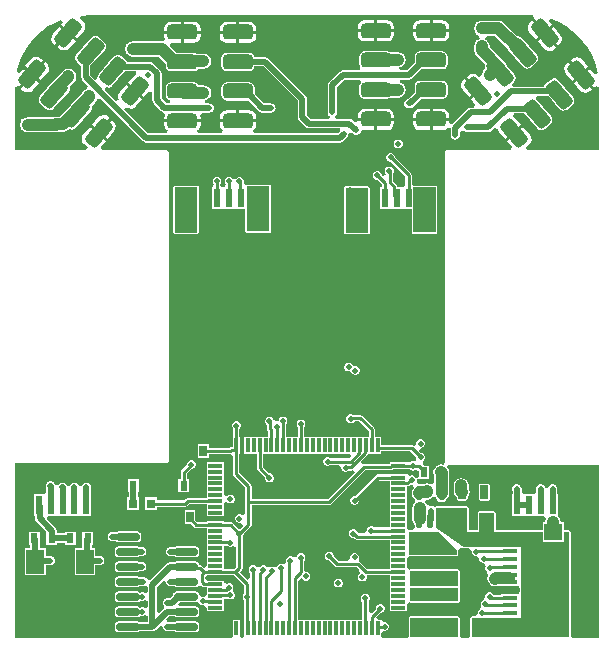
<source format=gtl>
%FSTAX23Y23*%
%MOIN*%
%SFA1B1*%

%IPPOS*%
%AMD23*
4,1,8,-0.010800,0.019000,-0.010800,-0.019000,-0.005400,-0.024400,0.005400,-0.024400,0.010800,-0.019000,0.010800,0.019000,0.005400,0.024400,-0.005400,0.024400,-0.010800,0.019000,0.0*
1,1,0.010827,-0.005400,0.019000*
1,1,0.010827,-0.005400,-0.019000*
1,1,0.010827,0.005400,-0.019000*
1,1,0.010827,0.005400,0.019000*
%
%AMD29*
4,1,8,-0.032900,-0.011800,0.032900,-0.011800,0.038800,-0.005900,0.038800,0.005900,0.032900,0.011800,-0.032900,0.011800,-0.038800,0.005900,-0.038800,-0.005900,-0.032900,-0.011800,0.0*
1,1,0.011811,-0.032900,-0.005900*
1,1,0.011811,0.032900,-0.005900*
1,1,0.011811,0.032900,0.005900*
1,1,0.011811,-0.032900,0.005900*
%
%AMD30*
4,1,8,0.011600,0.023000,-0.011600,0.023000,-0.013200,0.021400,-0.013200,-0.021400,-0.011600,-0.023000,0.011600,-0.023000,0.013200,-0.021400,0.013200,0.021400,0.011600,0.023000,0.0*
1,1,0.003165,0.011600,0.021400*
1,1,0.003165,-0.011600,0.021400*
1,1,0.003165,-0.011600,-0.021400*
1,1,0.003165,0.011600,-0.021400*
%
%AMD34*
4,1,8,0.023400,-0.045900,0.042200,-0.029500,0.043500,-0.011900,-0.005700,0.044700,-0.023400,0.045900,-0.042200,0.029500,-0.043500,0.011900,0.005700,-0.044700,0.023400,-0.045900,0.0*
1,1,0.025000,0.015200,-0.036500*
1,1,0.025000,0.034000,-0.020100*
1,1,0.025000,-0.015200,0.036500*
1,1,0.025000,-0.034000,0.020100*
%
%AMD35*
4,1,8,0.050000,-0.012500,0.050000,0.012500,0.037500,0.025000,-0.037500,0.025000,-0.050000,0.012500,-0.050000,-0.012500,-0.037500,-0.025000,0.037500,-0.025000,0.050000,-0.012500,0.0*
1,1,0.025000,0.037500,-0.012500*
1,1,0.025000,0.037500,0.012500*
1,1,0.025000,-0.037500,0.012500*
1,1,0.025000,-0.037500,-0.012500*
%
%AMD37*
4,1,8,0.042200,0.029500,0.023400,0.045900,0.005700,0.044700,-0.043500,-0.011900,-0.042200,-0.029500,-0.023400,-0.045900,-0.005700,-0.044700,0.043500,0.011900,0.042200,0.029500,0.0*
1,1,0.025000,0.034000,0.020100*
1,1,0.025000,0.015200,0.036500*
1,1,0.025000,-0.034000,-0.020100*
1,1,0.025000,-0.015200,-0.036500*
%
%ADD16C,0.010000*%
%ADD19C,0.020000*%
%ADD20R,0.049212X0.015748*%
%ADD21R,0.078701X0.047201*%
%ADD22R,0.061024X0.057087*%
G04~CAMADD=23~8~0.0~0.0~488.2~216.5~54.1~0.0~15~0.0~0.0~0.0~0.0~0~0.0~0.0~0.0~0.0~0~0.0~0.0~0.0~90.0~216.0~488.0*
%ADD23D23*%
%ADD24R,0.047244X0.012598*%
%ADD25R,0.012598X0.047244*%
%ADD26R,0.023622X0.033465*%
%ADD27R,0.059055X0.078740*%
%ADD28R,0.025591X0.035433*%
G04~CAMADD=29~8~0.0~0.0~775.6~236.2~59.1~0.0~15~0.0~0.0~0.0~0.0~0~0.0~0.0~0.0~0.0~0~0.0~0.0~0.0~180.0~776.0~236.0*
%ADD29D29*%
G04~CAMADD=30~8~0.0~0.0~263.8~460.6~15.8~0.0~15~0.0~0.0~0.0~0.0~0~0.0~0.0~0.0~0.0~0~0.0~0.0~0.0~0.0~263.8~460.6*
%ADD30D30*%
%ADD31R,0.023622X0.061024*%
%ADD32R,0.047244X0.070866*%
%ADD33R,0.031500X0.031500*%
G04~CAMADD=34~8~0.0~0.0~500.0~1000.0~125.0~0.0~15~0.0~0.0~0.0~0.0~0~0.0~0.0~0.0~0.0~0~0.0~0.0~0.0~221.0~930.0~978.0*
%ADD34D34*%
G04~CAMADD=35~8~0.0~0.0~500.0~1000.0~125.0~0.0~15~0.0~0.0~0.0~0.0~0~0.0~0.0~0.0~0.0~0~0.0~0.0~0.0~270.0~1000.0~500.0*
%ADD35D35*%
%ADD36R,0.035433X0.025591*%
G04~CAMADD=37~8~0.0~0.0~500.0~1000.0~125.0~0.0~15~0.0~0.0~0.0~0.0~0~0.0~0.0~0.0~0.0~0~0.0~0.0~0.0~319.0~930.0~978.0*
%ADD37D37*%
%ADD58C,0.040000*%
%ADD59C,0.059055*%
%ADD60R,0.059055X0.059055*%
%ADD61C,0.019685*%
%ADD62C,0.118110*%
%LNhsmm-1*%
%LPD*%
G36*
X00735Y00974D02*
X00739Y00973D01*
X00748Y00973*
X00753Y00973*
X00757Y00963*
X00794Y00921*
X00817Y00941*
X00806Y00953*
X00812Y00961*
X00816Y0096*
X0084Y0095*
X00863Y00937*
X00885Y00922*
X00905Y00905*
X00922Y00885*
X00937Y00863*
X0095Y0084*
X0096Y00816*
X00967Y00791*
X00969Y0078*
X0096Y00776*
X00944Y00794*
X00921Y00774*
X00958Y00732*
X00964Y00737*
X00974Y00735*
X00974Y00734*
Y00525*
X00735*
X00731Y00535*
X00741Y00543*
X00746Y0055*
X00749Y00559*
X00747Y00567*
X00743Y00575*
X00722Y006*
X00695Y00577*
X00668Y00553*
X00684Y00535*
X0068Y00525*
X0047*
X00466Y00524*
X00462Y00522*
X0046Y00518*
X00459Y00515*
Y-00515*
X0046Y-00517*
X00456Y-00522*
X00453Y-00525*
X00447Y-00524*
X00437Y-00526*
X00434Y-00528*
X0043*
Y-00531*
X00429Y-00531*
X00423Y-0054*
X00421Y-0055*
X00423Y-00559*
X00424Y-00561*
Y-00585*
X00414Y-0059*
X00412Y-00589*
X00402Y-00587*
X00392Y-00589*
X00391Y-0059*
X00379*
X00378Y-0059*
X00372*
X00366Y-00582*
X00366Y-00581*
X00368Y-00574*
X00373Y-00571*
X00374Y-00571*
X00406*
Y-00528*
X00391*
X00386Y-00522*
X00388Y-00512*
X00392Y-00508*
X00394Y-00502*
Y-00497*
X00392Y-00491*
X00388Y-00487*
X00382Y-00485*
X0038*
X00374Y-00478*
X00379Y-00469*
X00382*
X00388Y-00467*
X00392Y-00463*
X00394Y-00457*
Y-00452*
X00392Y-00446*
X00388Y-00442*
X00382Y-0044*
X00377*
X00371Y-00442*
X00367Y-00446*
X00365Y-00452*
Y-00456*
X0036Y-0046*
X00356Y-00461*
X00353Y-0046*
X0035Y-00459*
X00247*
Y-00431*
X00226*
Y-00407*
X00225Y-00404*
X00223Y-004*
X00185Y-00362*
X00182Y-0036*
X00178Y-00359*
X00168*
X00165Y-0036*
X00155*
X00154Y-00359*
X00149Y-00357*
X00143*
X00138Y-00359*
X00133Y-00364*
X00131Y-00369*
Y-00375*
X00133Y-0038*
X00138Y-00385*
X00143Y-00387*
X00149*
X00154Y-00385*
X00159Y-0038*
X00159Y-0038*
X00167*
X0017Y-0038*
X00174*
X00206Y-00412*
Y-00431*
X-00009*
Y-004*
X-00007Y-00398*
X-00005Y-00392*
Y-00387*
X-00007Y-00381*
X-00011Y-00377*
X-00017Y-00375*
X-00022*
X-00028Y-00377*
X-00032Y-00381*
X-00034Y-00387*
Y-00392*
X-00032Y-00398*
X-0003Y-004*
Y-00431*
X-00069*
Y-0039*
X-00067Y-00388*
X-00065Y-00382*
Y-00377*
X-00067Y-00371*
X-00071Y-00367*
X-00077Y-00365*
X-00082*
X-00088Y-00367*
X-00092Y-00371*
X-00094Y-00377*
X-00095Y-00379*
X-00101Y-0038*
X-0011Y-00377*
X-00112Y-00371*
X-00116Y-00367*
X-00122Y-00365*
X-00127*
X-00133Y-00367*
X-00137Y-00371*
X-00139Y-00377*
Y-00382*
X-00137Y-00388*
X-00133Y-00392*
Y-00404*
X-00132Y-00408*
X-0013Y-00412*
X-00128Y-00414*
Y-00431*
X-00208*
Y-00488*
X-00167*
Y-00537*
X-00166Y-00541*
X-00164Y-00544*
X-0014Y-00569*
Y-00572*
X-00137Y-00578*
X-00133Y-00582*
X-00128Y-00584*
X-00122*
X-00116Y-00582*
X-00112Y-00578*
X-0011Y-00572*
Y-00566*
X-00112Y-00561*
X-00116Y-00557*
X-00122Y-00554*
X-00125*
X-00147Y-00533*
Y-00488*
X00145*
X00149Y-00497*
X00142Y-00504*
X0008*
X00078Y-00502*
X00072Y-005*
X00067*
X00061Y-00502*
X00057Y-00506*
X00055Y-00512*
Y-00517*
X00057Y-00523*
X00061Y-00527*
X00067Y-00529*
X00072*
X00078Y-00527*
X0008Y-00525*
X00107*
X00115Y-00532*
Y-00537*
X00117Y-00543*
X00121Y-00547*
X00127Y-00549*
X00132*
X00138Y-00547*
X0014Y-00545*
X00147*
X00151Y-00544*
X00153Y-00543*
X00159Y-00551*
X0007Y-00639*
X-00184*
Y-00597*
X-00185Y-00593*
X-00187Y-0059*
X-00226Y-00551*
Y-00488*
X-00224*
Y-00431*
X-00225*
Y-00406*
X-00222Y-00403*
X-0022Y-00397*
Y-00392*
X-00222Y-00386*
X-00226Y-00382*
X-00232Y-0038*
X-00237*
X-00243Y-00382*
X-00247Y-00386*
X-00249Y-00392*
Y-00397*
X-00247Y-00403*
X-00245Y-00405*
Y-00431*
X-00247*
Y-00465*
X-00251*
X-00255Y-00465*
X-00258Y-00468*
X-0026Y-00469*
X-00327*
Y-00457*
X-00362*
Y-00502*
X-00327*
Y-0049*
X-00256*
X-00247Y-00495*
X-00246Y-00497*
Y-00556*
X-00245Y-0056*
X-00243Y-00563*
X-00205Y-00601*
Y-0065*
Y-00689*
X-00215Y-00693*
X-00216Y-00692*
X-00222Y-0069*
X-00227*
X-00233Y-00692*
X-00237Y-00696*
X-00239Y-00702*
Y-00707*
X-00237Y-00713*
X-00233Y-00717*
X-00227Y-00719*
X-00222*
X-00212Y-00726*
X-00212Y-00728*
X-00224Y-0074*
X-00225*
X-00247Y-00718*
X-0025Y-00716*
X-00254Y-00715*
X-00276*
Y-00714*
X-00333*
Y-00715*
X-00365*
X-00372Y-00708*
Y-00677*
X-00407*
Y-00722*
X-00386*
X-00376Y-00732*
X-00373Y-00735*
X-00369Y-00735*
X-00333*
Y-00776*
Y-00815*
Y-00863*
X-00343Y-00868*
X-0035Y-00861*
X-00353Y-00859*
X-00357Y-00858*
X-00358*
X-00359Y-00854*
X-00361Y-00851*
X-00365Y-00848*
X-00369Y-00847*
X-00435*
X-00439Y-00848*
X-00441Y-00849*
X-00455*
X-00457Y-0085*
X-00457*
X-00458Y-0085*
X-0046Y-0085*
X-00462Y-00852*
X-00463Y-00852*
X-00463Y-00852*
X-00465Y-00854*
X-0052Y-00909*
X-00524Y-00909*
X-00532Y-00907*
X-00532Y-00906*
X-00532Y-00906*
X-00534Y-00904*
X-00536Y-00902*
X-00536Y-00902*
X-00537Y-00902*
X-00539Y-009*
X-00541Y-009*
X-00542Y-009*
X-00542*
X-00545Y-00899*
X-00558*
X-0056Y-00898*
X-00564Y-00897*
X-0063*
X-00634Y-00898*
X-00638Y-00901*
X-0064Y-00904*
X-00641Y-00909*
Y-0092*
X-0064Y-00925*
X-00638Y-00928*
X-00634Y-00931*
X-0063Y-00932*
X-00564*
X-0056Y-00931*
X-00558Y-0093*
X-00545*
X-00542Y-00929*
X-00542*
X-00541Y-00929*
X-0054Y-00929*
X-00537Y-0093*
X-00531Y-00933*
X-00531Y-00933*
X-0053Y-00935*
Y-00949*
X-0054Y-00953*
X-00541Y-00952*
X-00547Y-0095*
X-00552*
X-00556Y-00951*
X-00556Y-00951*
X-0056Y-00948*
X-00564Y-00947*
X-0063*
X-00634Y-00948*
X-00638Y-00951*
X-0064Y-00954*
X-00641Y-00959*
Y-0097*
X-0064Y-00975*
X-00638Y-00978*
X-00634Y-00981*
X-0063Y-00982*
X-00564*
X-0056Y-00981*
X-00556Y-00978*
X-00556Y-00978*
X-00552Y-00979*
X-00547*
X-00541Y-00977*
X-0054Y-00976*
X-0053Y-0098*
Y-00999*
X-0054Y-01003*
X-00541Y-01002*
X-00547Y-01*
X-00552*
X-00556Y-01001*
X-00556Y-01001*
X-0056Y-00998*
X-00564Y-00997*
X-0063*
X-00634Y-00998*
X-00638Y-01001*
X-0064Y-01004*
X-00641Y-01009*
Y-0102*
X-0064Y-01025*
X-00638Y-01028*
X-00634Y-01031*
X-0063Y-01032*
X-00564*
X-0056Y-01031*
X-00556Y-01028*
X-00556Y-01028*
X-00552Y-01029*
X-00547*
X-00541Y-01027*
X-0054Y-01026*
X-0053Y-0103*
Y-01049*
X-00558*
X-0056Y-01048*
X-00564Y-01047*
X-0063*
X-00634Y-01048*
X-00638Y-01051*
X-0064Y-01054*
X-00641Y-01059*
Y-0107*
X-0064Y-01075*
X-00638Y-01078*
X-00634Y-01081*
X-0063Y-01082*
X-00564*
X-0056Y-01081*
X-00558Y-0108*
X-00515*
X-00512Y-01079*
X-00512*
X-00511Y-01079*
X-00509Y-01079*
X-00507Y-01077*
X-00506Y-01077*
X-00506Y-01077*
X-00504Y-01075*
X-00489Y-01061*
X-00483Y-01063*
X-0048Y-01065*
X-00479Y-01067*
Y-01067*
X-00479Y-01068*
X-00479Y-0107*
X-00477Y-01072*
X-00477Y-01073*
X-00477Y-01073*
X-00475Y-01075*
X-00473Y-01077*
X-00473Y-01077*
X-00472Y-01077*
X-0047Y-01079*
X-00468Y-01079*
X-00467Y-01079*
X-00467*
X-00465Y-0108*
X-00441*
X-00439Y-01081*
X-00435Y-01082*
X-00369*
X-00365Y-01081*
X-00361Y-01078*
X-00359Y-01075*
X-00358Y-0107*
Y-01059*
X-00359Y-01054*
X-00361Y-01051*
X-00365Y-01048*
X-00369Y-01047*
X-00435*
X-00439Y-01048*
X-00441Y-01049*
X-00463*
X-00465Y-01047*
X-00468Y-0104*
X-00458Y-0103*
X-00441*
X-00439Y-01031*
X-00435Y-01032*
X-00369*
X-00365Y-01031*
X-00361Y-01028*
X-00359Y-01025*
X-00358Y-0102*
Y-01009*
X-00359Y-01004*
X-00361Y-01001*
X-00365Y-00998*
X-00369Y-00997*
X-00425*
X-00429Y-00989*
X-00423Y-00982*
X-00369*
X-00363Y-00982*
X-00357Y-00988*
X-00357Y-00988*
X-00353Y-00992*
X-00347Y-00994*
X-00342*
X-00333Y-01002*
Y-01012*
X-00276*
Y-00971*
X-00264*
X-00263Y-00972*
X-00257Y-00974*
X-00252*
X-00246Y-00972*
X-00242Y-00968*
X-0024Y-00962*
Y-00957*
X-00242Y-00951*
X-00246Y-00947*
X-00245Y-00937*
Y-00932*
X-00247Y-00926*
X-00251Y-00922*
X-00257Y-0092*
X-00262*
X-00266Y-00921*
X-00273Y-00918*
X-00276Y-00916*
Y-00911*
X-00333*
X-00339Y-00903*
Y-00901*
X-00333Y-00894*
X-00276*
Y-00893*
X-00242*
X-0021Y-00925*
Y-00954*
X-00212Y-00956*
X-00214Y-00962*
Y-00967*
X-00212Y-00973*
X-00208Y-00977*
X-00208Y-00977*
Y-01068*
X-00208Y-01069*
Y-01094*
Y-01098*
X-00215Y-01104*
X-00217*
X-00224Y-01098*
Y-01094*
Y-01041*
X-00247*
Y-01094*
Y-01098*
X-00255Y-01104*
X-00974*
Y-0052*
X-0047*
X-00466Y-00519*
X-00462Y-00517*
X-0046Y-00513*
X-00459Y-0051*
Y00515*
X-0046Y00518*
X-00462Y00522*
X-00466Y00524*
X-0047Y00525*
X-00683*
X-00687Y00535*
X-0067Y00555*
X-00697Y00578*
X-00723Y00601*
X-00745Y00577*
X-00749Y00569*
X-0075Y0056*
X-00748Y00552*
X-00742Y00544*
X-00731Y00535*
X-00735Y00525*
X-00974*
Y00585*
Y00732*
X-00974Y00733*
X-00972Y00734*
X-00963Y00736*
X-0096Y00733*
X-00923Y00775*
X-00946Y00795*
X-00958Y00782*
X-00967Y00786*
X-00967Y0079*
X-00959Y00815*
X-00949Y00839*
X-00936Y00862*
X-00921Y00884*
X-00904Y00904*
X-00884Y00921*
X-00862Y00936*
X-00839Y00949*
X-00818Y00958*
X-00812Y0095*
X-00818Y00942*
X-00792Y00919*
X-00765Y00896*
X-00744Y0092*
X-00739Y00928*
X-00738Y00937*
X-0074Y00946*
X-00746Y00953*
X-00756Y00961*
X-00752Y00972*
X-00747Y00972*
X-00738Y00972*
X-00734Y00973*
X-00732Y00974*
X00734*
X00735Y00974*
G37*
G36*
X00364Y-00499D02*
X00365Y-00509D01*
X00359Y-00514*
X00353Y-00513*
X00347Y-00514*
X00343Y-00517*
X00333Y-00517*
X00276*
Y-00521*
X00192*
X00188Y-00522*
X00187Y-00523*
X00181Y-00515*
X00202Y-00494*
X00204Y-0049*
X00205Y-00488*
X00247*
Y-0048*
X00345*
X00364Y-00499*
G37*
G36*
X00333Y-0054D02*
X00343Y-0054D01*
X00344Y-0054*
X00346Y-00542*
X00346Y-00542*
X00347Y-00542*
X00349Y-00544*
X00351Y-00544*
X00352Y-00544*
X00352*
X00355Y-00545*
X00357Y-00544*
X00357*
X00358Y-00544*
X0036Y-00544*
X00362Y-00542*
X00363Y-00542*
X00365Y-00542*
X00371Y-00545*
X00373Y-00547*
Y-00566*
X00363Y-00568*
X00362Y-00566*
X00358Y-00562*
X00352Y-0056*
X00347*
X00343Y-00561*
X00342Y-0056*
X00333Y-00556*
X00276*
Y-00557*
X00236*
X00232Y-00558*
X00229Y-0056*
X0016Y-0063*
X00157*
X00151Y-00632*
X00147Y-00636*
X00145Y-00642*
Y-00647*
X00147Y-00653*
X00151Y-00657*
X00157Y-00659*
X00162*
X00168Y-00657*
X00172Y-00653*
X00174Y-00647*
Y-00644*
X00241Y-00578*
X00276*
Y-00618*
Y-00658*
Y-00697*
Y-00734*
X00226*
X00223Y-00732*
X00218Y-0073*
X00212*
X00206Y-00732*
X00202Y-00736*
X002Y-00742*
Y-00747*
X00192Y-00754*
X00171*
X00169Y-00752*
Y-00752*
X00167Y-00746*
X00163Y-00742*
X00157Y-0074*
X00152*
X00146Y-00742*
X00142Y-00746*
X0014Y-00752*
Y-00757*
X00142Y-00763*
X00146Y-00767*
X00152Y-00769*
X00157*
X00158Y-00769*
X0016Y-00772*
X00163Y-00774*
X00167Y-00775*
X00276*
Y-00795*
Y-00835*
Y-00872*
X002*
X00177Y-0085*
X00174Y-00845*
X00175Y-00837*
X00175Y-00837*
Y-00831*
X00172Y-00826*
X00168Y-00822*
X00163Y-00819*
X00157*
X00151Y-00822*
X00147Y-00826*
X00145Y-00831*
Y-00837*
X00138Y-00847*
X00106*
X00089Y-0083*
Y-00827*
X00087Y-00821*
X00083Y-00817*
X00077Y-00815*
X00072*
X00066Y-00817*
X00062Y-00821*
X0006Y-00827*
Y-00832*
X00062Y-00838*
X00066Y-00842*
X00072Y-00844*
X00075*
X00095Y-00864*
X00098Y-00866*
X00102Y-00867*
X00166*
X00175Y-00876*
X00176Y-00887*
X00172Y-00891*
X0017Y-00897*
Y-00902*
X00172Y-00908*
X00176Y-00912*
X00182Y-00914*
X00187*
X00193Y-00912*
X00197Y-00908*
X00199Y-00902*
Y-00897*
X00202Y-00893*
X00276*
Y-00933*
Y-00973*
Y-01012*
X00333*
Y-00989*
X00343Y-00984*
X00345Y-00985*
X00505*
X00508Y-00983*
X0051Y-0098*
Y-00935*
X00509Y-00932*
X0051Y-0093*
Y-0088*
X00508Y-00876*
X00505Y-00874*
X00345*
X00343Y-00875*
X00343Y-00875*
X00333Y-0087*
Y-00838*
X00338Y-00832*
X0034Y-00831*
Y-0083*
X005*
X00503Y-00828*
X00505Y-00825*
Y-0081*
X00504Y-00808*
X00509Y-00801*
X00511Y-008*
X00513Y-00801*
X00519*
X00522Y-00803*
X00524Y-00804*
X00525Y-00804*
X00542Y-00804*
X0055Y-00812*
Y-00817*
X00552Y-00823*
X00556Y-00827*
X00562Y-00829*
X00566*
X00569Y-00831*
X00575Y-00837*
Y-00841*
X00577Y-00846*
X00581Y-0085*
X00587Y-00853*
X00591*
X00595Y-00858*
X00596Y-00862*
X00595Y-00866*
Y-00872*
X00597Y-00877*
X00601Y-00882*
X00605Y-00893*
X00605Y-00893*
X00604Y-00895*
X00602Y-00905*
X00604Y-00914*
X00609Y-00923*
X00618Y-00928*
X00627Y-0093*
X00634Y-00929*
X00648*
Y-0093*
X00707*
X00709Y-00939*
Y-00946*
X00707Y-00955*
X00648*
Y-00958*
X00623*
X00622Y-00956*
X00618Y-00952*
X00612Y-0095*
X00607*
X00601Y-00952*
X00597Y-00956*
X00595Y-00962*
Y-00967*
X00592Y-00975*
X00586Y-00977*
X00582Y-00981*
X0058Y-00987*
Y-00992*
X00581Y-00995*
X00581Y-00999*
X00577Y-01007*
X00576Y-01007*
X00572Y-01011*
X0057Y-01017*
Y-01022*
X00562Y-01029*
X0055*
X00546Y-01031*
X00544Y-01035*
Y-011*
X00535Y-01104*
X00519*
X0051Y-011*
Y-01035*
X00508Y-01031*
X00505Y-01029*
X00345*
X00341Y-01031*
X00339Y-01035*
Y-011*
X0033Y-01104*
X00255*
X00247Y-01098*
Y-01094*
Y-01086*
X00257Y-01079*
X00262*
X00268Y-01077*
X00272Y-01073*
X00274Y-01067*
Y-01062*
X00272Y-01056*
X00268Y-01052*
X00262Y-0105*
X00257*
X00247Y-01043*
Y-01041*
X00237*
X00232Y-01031*
X00244Y-01019*
X00247*
X00253Y-01017*
X00257Y-01013*
X00259Y-01007*
Y-01002*
X00257Y-00996*
X00253Y-00992*
X00247Y-0099*
X00242*
X00236Y-00992*
X00232Y-00996*
X0023Y-01002*
Y-01005*
X00216Y-01019*
X00206Y-01015*
Y-00979*
X00207Y-00978*
X00209Y-00972*
Y-00967*
X00207Y-00961*
X00203Y-00957*
X00197Y-00955*
X00192*
X00186Y-00957*
X00182Y-00961*
X0018Y-00967*
Y-00972*
X00182Y-00978*
X00185Y-00981*
Y-01041*
X-00029*
Y-00913*
X-00019Y-00904*
X-00016Y-00904*
X-00011Y-00909*
X-00006Y-00911*
X0*
X00004Y-00909*
X00009Y-00904*
X00011Y-00899*
Y-00893*
X00009Y-00888*
X00004Y-00883*
X0Y-00881*
X-00006*
X-00009Y-00872*
Y-00845*
X-00007Y-00843*
X-00005Y-00837*
Y-00832*
X-00007Y-00826*
X-00011Y-00822*
X-00017Y-0082*
X-00022*
X-00028Y-00822*
X-00032Y-00826*
X-00034Y-00831*
X-00034Y-00831*
X-00038Y-00832*
X-00044Y-00834*
X-00046Y-00832*
X-00052Y-0083*
X-00057*
X-00063Y-00832*
X-00067Y-00836*
X-00069Y-00842*
Y-00847*
X-00068Y-0085*
X-00069Y-0085*
X-00071Y-00852*
X-00079Y-00856*
X-00082Y-00855*
X-00087*
X-00093Y-00857*
X-00097Y-00861*
X-00097Y-00862*
X-00105Y-00866*
X-00109Y-00866*
X-00112Y-00865*
X-00117*
X-00123Y-00867*
X-00132Y-00866*
X-00136Y-00862*
X-00142Y-0086*
X-00147*
X-00153Y-00862*
X-00156Y-00865*
X-00162Y-00866*
X-00168Y-00865*
X-00171Y-00862*
X-00177Y-0086*
X-00182*
X-00188Y-00862*
X-00192Y-00866*
X-00194Y-00872*
Y-00877*
X-00192Y-00883*
X-00188Y-00887*
Y-00904*
X-00198Y-00908*
X-00223Y-00883*
X-00217Y-00877*
X-00215Y-00873*
X-00214Y-0087*
Y-00765*
X-00212Y-00763*
X-0021Y-00757*
Y-00754*
X-00187Y-00732*
X-00185Y-00728*
X-00184Y-00725*
Y-0066*
X00075*
X00078Y-00659*
X00082Y-00657*
X00197Y-00542*
X0028*
X00284Y-00541*
X00286Y-0054*
X00303*
X00304Y-0054*
X00333*
G37*
G36*
X00355Y-00594D02*
X00357Y-00601D01*
X00351Y-0061*
X00349Y-0062*
X00351Y-00629*
X00357Y-00638*
X00359Y-00639*
X00359Y-00643*
X0036Y-00649*
X00358Y-00653*
X00353Y-00661*
X00351Y-00671*
Y-00706*
X00353Y-00716*
X00358Y-00724*
X00359Y-00725*
Y-0073*
X00359Y-00734*
X0036Y-00734*
X00355Y-00744*
X00355Y-00744*
X0034*
X00333Y-00736*
Y-00717*
Y-00677*
Y-00638*
Y-00596*
X00335*
X00339Y-00595*
X00343Y-00593*
X00345Y-00591*
X00355Y-00594*
G37*
G36*
X005Y-0081D02*
Y-00825D01*
X0034*
Y-0075*
X0044*
X005Y-0081*
G37*
G36*
X-00263Y-00797D02*
X-00257Y-00799D01*
X-00252*
X-00246Y-00797*
X-00245Y-00796*
X-00235Y-008*
Y-00865*
X-00242Y-00872*
X-00276*
Y-00835*
Y-00795*
X-00265*
X-00263Y-00797*
G37*
G36*
X00505Y-0093D02*
X00421D01*
Y-00929*
X00362*
Y-0093*
X00345*
Y-0088*
X00505*
Y-0093*
G37*
G36*
X-00473Y-00913D02*
X-0047Y-00915D01*
X-00469Y-00917*
Y-00917*
X-00469Y-00918*
X-00469Y-0092*
X-00467Y-00922*
X-00467Y-00923*
X-00467Y-00923*
X-00465Y-00925*
X-00463Y-00927*
X-00463Y-00927*
X-00462Y-00927*
X-0046Y-00929*
X-00458Y-00929*
X-00457Y-00929*
X-00457*
X-00455Y-0093*
X-00441*
X-00439Y-00931*
X-00435Y-00932*
X-00369*
X-00365Y-00931*
X-00361Y-00928*
X-0035Y-00928*
X-0035Y-00928*
X-00349Y-00929*
X-00346Y-00931*
X-00342Y-00932*
X-00333*
Y-00957*
X-00342Y-00965*
X-00347*
X-00348Y-00965*
X-00358Y-00959*
Y-00959*
X-00359Y-00954*
X-00361Y-00951*
X-00365Y-00948*
X-00369Y-00947*
X-00435*
X-00439Y-00948*
X-00443Y-00951*
X-00445Y-00954*
X-00446Y-00959*
Y-0096*
X-00455Y-00969*
X-00465*
X-00467Y-0097*
X-00467*
X-00468Y-0097*
X-0047Y-0097*
X-00472Y-00972*
X-00473Y-00972*
X-00473Y-00972*
X-00475Y-00974*
X-00477Y-00976*
X-00477Y-00976*
X-00477Y-00977*
X-00479Y-00979*
X-00479Y-00981*
X-00479Y-00982*
Y-00982*
X-0048Y-00985*
X-00479Y-00987*
Y-00987*
X-00479Y-00988*
X-00479Y-0099*
X-00477Y-00992*
X-00477Y-00993*
X-00477Y-00994*
X-00476Y-00999*
X-00477Y-01005*
X-00477Y-01005*
X-00478Y-01006*
X-0049Y-01018*
X-00499Y-01015*
Y-00931*
X-00479Y-00911*
X-00473Y-00913*
G37*
G36*
X00421Y-00935D02*
X00505D01*
Y-0098*
X00345*
Y-00935*
X00362*
X00362Y-00935*
X00421*
X00421Y-00935*
G37*
G36*
X00535Y-0075D02*
X00575D01*
Y-00685*
X00625*
Y-0075*
X00786*
Y-00783*
X00857*
Y-0075*
X00875*
Y-00805*
Y-011*
X0055*
Y-01035*
X00715*
Y-008*
X00525Y-00799*
X0043Y-00735*
Y-0067*
X00535*
Y-0075*
G37*
G36*
X00505Y-011D02*
X00345D01*
Y-01035*
X00505*
Y-011*
G37*
G36*
X00974Y-01104D02*
X00889D01*
X0088Y-011*
Y-00805*
Y-0075*
X00878Y-00746*
X00875Y-00744*
X00857*
Y-00716*
X00846*
Y-00715*
X00844Y-00705*
X00838Y-00697*
X00837Y-00697*
X00836Y-00695*
Y-00624*
X00835*
Y-00605*
X00834Y-00602*
Y-00602*
X00834Y-00601*
X00834Y-00599*
X00832Y-00597*
X00832Y-00596*
X00832Y-00596*
X0083Y-00594*
X00828Y-00592*
X00828Y-00592*
X00827Y-00592*
X00825Y-0059*
X00823Y-0059*
X00822Y-0059*
X00822*
X0082Y-00589*
X00817Y-0059*
X00817*
X00816Y-0059*
X00814Y-0059*
X00812Y-00592*
X00811Y-00592*
X00811Y-00592*
X00809Y-00594*
X00807Y-00596*
X00807Y-00596*
X00807Y-00597*
X00805Y-00599*
X00805Y-00601*
X00805Y-00601*
X00804Y-00601*
X00795Y-00601*
X00794Y-00599*
X00791Y-00594*
X0079Y-00594*
X00788Y-00592*
X00788Y-00592*
X00787Y-00592*
X00785Y-0059*
X00783Y-0059*
X00782Y-0059*
X00782*
X0078Y-00589*
X00777Y-0059*
X00777*
X00776Y-0059*
X00774Y-0059*
X00772Y-00592*
X00771Y-00592*
X00771Y-00592*
X00769Y-00594*
X00767Y-00596*
X00767Y-00596*
X00767Y-00597*
X00765Y-00599*
X00765Y-00601*
X00765Y-00602*
Y-00602*
X00764Y-00605*
X00765Y-00607*
Y-00607*
X00765Y-00608*
Y-00617*
X00758Y-00624*
X00753*
X00724*
X00717Y-00617*
Y-00606*
X00716Y-00601*
X00712Y-00596*
X0071Y-00594*
X00708Y-00592*
X00708Y-00592*
X00707Y-00592*
X00705Y-0059*
X00703Y-0059*
X00702Y-0059*
X00702*
X007Y-00589*
X00697Y-0059*
X00697*
X00696Y-0059*
X00694Y-0059*
X00692Y-00592*
X00691Y-00592*
X00691Y-00592*
X00689Y-00594*
X00687Y-00596*
X00687Y-00596*
X00687Y-00597*
X00685Y-00599*
X00685Y-00601*
X00685Y-00602*
Y-00602*
X00684Y-00605*
X00685Y-00607*
Y-00607*
X00685Y-00608*
X00685Y-0061*
X00686Y-00611*
Y-00624*
X00685*
Y-00695*
X00718*
X00724*
X0076*
X00768*
X00791*
X00797Y-00705*
X00796Y-00705*
X00795Y-00715*
Y-00716*
X00786*
Y-00744*
X0063*
Y-00685*
X00628Y-00681*
X00625Y-00679*
X00575*
X00571Y-00681*
X00569Y-00685*
Y-00744*
X0054*
Y-0067*
X00538Y-00666*
X00535Y-00664*
X0043*
X00426Y-00666*
X00419Y-00663*
X00413Y-00662*
X00413Y-00662*
X00402Y-00659*
X00396Y-00651*
X00396Y-00651*
X00395Y-0065*
X00398Y-00641*
X00399*
X00409Y-00639*
X00417Y-00633*
X00417Y-00633*
X00417Y-00633*
X00427Y-00633*
X00429Y-00634*
X00431Y-00638*
X00434Y-00639*
X00434Y-00643*
X00437Y-00646*
X0044Y-00648*
X00444Y-00649*
X00455*
X00459Y-00648*
X00462Y-00646*
X00465Y-00643*
X00465Y-00639*
X00468Y-00638*
X00473Y-00629*
X00475Y-0062*
Y-00552*
X00473Y-00543*
X00468Y-00534*
X00468Y-00531*
X00472Y-00525*
X00472Y-00525*
X00974*
Y-01104*
G37*
%LNhsmm-2*%
%LPC*%
G36*
X00267Y00957D02*
X00235D01*
Y00926*
X0029*
Y00934*
X00288Y00943*
X00283Y0095*
X00276Y00955*
X00267Y00957*
G37*
G36*
X00225D02*
X00192D01*
X00183Y00955*
X00176Y0095*
X00171Y00943*
X00169Y00934*
Y00926*
X00225*
Y00957*
G37*
G36*
X00452D02*
X0042D01*
Y00926*
X00475*
Y00934*
X00473Y00943*
X00468Y0095*
X00461Y00955*
X00452Y00957*
G37*
G36*
X0041D02*
X00377D01*
X00368Y00955*
X00361Y0095*
X00356Y00943*
X00354Y00934*
Y00926*
X0041*
Y00957*
G37*
G36*
X-00377Y00952D02*
X-0041D01*
Y00921*
X-00354*
Y00929*
X-00356Y00938*
X-00361Y00945*
X-00368Y0095*
X-00377Y00952*
G37*
G36*
X-0042D02*
X-00452D01*
X-00461Y0095*
X-00468Y00945*
X-00473Y00938*
X-00475Y00929*
Y00921*
X-0042*
Y00952*
G37*
G36*
X-00192D02*
X-00225D01*
Y00921*
X-00169*
Y00929*
X-00171Y00938*
X-00176Y00945*
X-00183Y0095*
X-00192Y00952*
G37*
G36*
X-00235D02*
X-00267D01*
X-00276Y0095*
X-00283Y00945*
X-00288Y00938*
X-0029Y00929*
Y00921*
X-00235*
Y00952*
G37*
G36*
X0075Y00956D02*
X00744Y00951D01*
X00739Y00944*
X00736Y00935*
X00737Y00926*
X00742Y00919*
X00763Y00894*
X00786Y00914*
X0075Y00956*
G37*
G36*
X0029Y00916D02*
X00235D01*
Y00886*
X00267*
X00276Y00888*
X00283Y00893*
X00288Y009*
X0029Y00909*
Y00916*
G37*
G36*
X00225D02*
X00169D01*
Y00909*
X00171Y009*
X00176Y00893*
X00183Y00888*
X00192Y00886*
X00225*
Y00916*
G37*
G36*
X00475D02*
X0042D01*
Y00886*
X00452*
X00461Y00888*
X00468Y00893*
X00473Y009*
X00475Y00909*
Y00916*
G37*
G36*
X0041D02*
X00354D01*
Y00909*
X00356Y009*
X00361Y00893*
X00368Y00888*
X00377Y00886*
X0041*
Y00916*
G37*
G36*
X-0042Y00911D02*
X-00475D01*
Y00904*
X-00473Y00895*
X-00473Y00895*
X-00479Y00886*
X-00483Y00886*
X-0058*
X-00589Y00885*
X-00598Y00879*
X-00598Y00879*
X-00602*
Y00872*
X-00603Y00871*
X-00605Y00861*
X-00603Y00851*
X-00602Y0085*
Y00843*
X-00598*
X-00598Y00843*
X-00589Y00837*
X-0058Y00835*
X-00493*
X-0047Y00812*
Y00805*
X-00468Y00799*
X-00465Y00793*
X-00459Y00789*
X-00452Y00788*
X-00377*
X-0037Y00789*
X-00364Y00793*
X-00364Y00794*
X-00345*
X-00335Y00796*
X-00326Y00801*
X-00321Y0081*
X-00319Y0082*
X-00321Y00829*
X-00326Y00838*
X-00335Y00843*
X-00345Y00845*
X-00367*
X-0037Y00847*
X-00377Y00848*
X-00434*
X-00457Y00872*
X-00452Y00881*
X-00452Y00881*
X-0042*
Y00911*
G37*
G36*
X-00354D02*
X-0041D01*
Y00881*
X-00377*
X-00368Y00883*
X-00361Y00888*
X-00356Y00895*
X-00354Y00904*
Y00911*
G37*
G36*
X-00169D02*
X-00225D01*
Y00881*
X-00192*
X-00183Y00883*
X-00176Y00888*
X-00171Y00895*
X-00169Y00904*
Y00911*
G37*
G36*
X-00235D02*
X-0029D01*
Y00904*
X-00288Y00895*
X-00283Y00888*
X-00276Y00883*
X-00267Y00881*
X-00235*
Y00911*
G37*
G36*
X-00825Y00935D02*
X-00846Y0091D01*
X-00851Y00902*
X-00852Y00894*
X-00849Y00885*
X-00844Y00878*
X-00838Y00873*
X-00802Y00915*
X-00825Y00935*
G37*
G36*
X00823Y00933D02*
X008Y00913D01*
X00836Y00871*
X00842Y00876*
X00848Y00883*
X0085Y00892*
X00849Y00901*
X00844Y00909*
X00823Y00933*
G37*
G36*
X-00794Y00908D02*
X-00831Y00866D01*
X-00825Y00861*
X-00817Y00857*
X-00808Y00856*
X-008Y00858*
X-00793Y00864*
X-00771Y00888*
X-00794Y00908*
G37*
G36*
X00793Y00907D02*
X0077Y00887D01*
X00791Y00862*
X00798Y00857*
X00807Y00854*
X00816Y00855*
X00823Y0086*
X00829Y00865*
X00793Y00907*
G37*
G36*
X00638Y00955D02*
X00583D01*
X00573Y00953*
X00572Y00952*
X00565*
Y00948*
X00565Y00948*
X00559Y00939*
X00558Y0093*
X00559Y0092*
X00565Y00911*
X00565Y00911*
Y00907*
X00571*
X00575Y00905*
X00577Y00895*
X00571Y00892*
X00565*
Y00888*
X00565Y00888*
X00559Y00879*
X00558Y0087*
Y00857*
X00559Y00847*
X00565Y00839*
X00594Y0081*
X00593Y00806*
X00594Y00799*
X00595Y00796*
X00591Y00793*
X00586Y00784*
X00584Y00775*
X00584Y00773*
X00575Y00768*
X00572Y00771*
X00565Y00777*
X00557Y00779*
X00548Y00778*
X0054Y00774*
X00534Y00769*
X00574Y00723*
X0057Y0072*
X00573Y00716*
X00547Y00693*
X00562Y00675*
X00558Y00665*
X00546*
X0054Y00664*
X00535Y0066*
X00484Y00609*
X00483Y00609*
X00475Y00614*
Y00621*
X0042*
Y00591*
X00452*
X00461Y00592*
X00468Y00597*
X00469Y00599*
X00474Y00599*
X00479Y00596*
Y00575*
X0048Y00572*
Y00572*
X0048Y00571*
X0048Y00569*
X00482Y00567*
X00482Y00566*
X00482Y00566*
X00484Y00564*
X00486Y00562*
X00486Y00562*
X00487Y00562*
X00489Y0056*
X00491Y0056*
X00492Y0056*
X00492*
X00495Y00559*
X00497Y0056*
X00497*
X00498Y0056*
X005Y0056*
X00502Y00562*
X00503Y00562*
X00503Y00562*
X00505Y00564*
X00507Y00566*
X00507Y00566*
X00507Y00567*
X00509Y00569*
X00509Y00571*
X00509Y00572*
Y00572*
X0051Y00575*
Y00584*
X00514Y00587*
X00524Y00589*
X00526Y00587*
X00526Y00587*
X00527Y00587*
X00529Y00585*
X00531Y00585*
X00532Y00585*
X00532*
X00535Y00584*
X00605*
X0061Y00585*
X00615Y00589*
X00625Y00598*
X00636Y00595*
X00636Y00593*
X0064Y00585*
X00662Y00561*
X00688Y00584*
X00715Y00607*
X00694Y00632*
X00688Y00636*
X0069Y00644*
X00691Y00646*
X00725*
X00768Y00597*
X00773Y00592*
X0078Y00591*
X00787Y00591*
X00793Y00595*
X00812Y00611*
X00816Y00617*
X00818Y00624*
X00817Y0063*
X00813Y00636*
X00764Y00693*
X00763Y00694*
X00766Y00704*
X00793*
X00798Y00705*
X00799Y00706*
X00803*
X00842Y00661*
X00847Y00657*
X00854Y00655*
X00861Y00656*
X00867Y00659*
X00886Y00676*
X0089Y00681*
X00892Y00688*
X00891Y00695*
X00888Y00701*
X00838Y00758*
X00833Y00762*
X00826Y00764*
X00819Y00763*
X00813Y00759*
X00794Y00743*
X0079Y00738*
X0079Y00736*
X00788Y00735*
X00788Y00735*
X00687*
X00683Y00745*
X0069Y00751*
X00695Y00756*
X00696Y00763*
X00695Y0077*
X00692Y00776*
X00668Y00803*
X00668Y00805*
X00663Y00813*
X00609Y00867*
Y0087*
X00607Y00879*
X00601Y00888*
X00601Y00888*
Y00892*
X00597*
X00595Y00894*
X00599Y00904*
X00628*
X00651Y00881*
X00654Y00879*
X00668Y00865*
X00668Y00864*
X00671Y00857*
X0072Y00801*
X00726Y00797*
X00733Y00795*
X0074Y00796*
X00746Y00799*
X00765Y00816*
X00769Y00821*
X00771Y00828*
X0077Y00835*
X00766Y00841*
X00717Y00897*
X00712Y00902*
X00705Y00903*
X00702Y00903*
X00688Y00918*
X00684Y0092*
X00656Y00948*
X00648Y00953*
X00638Y00955*
G37*
G36*
X-00903Y00835D02*
X-00911Y00833D01*
X-00918Y00827*
X-0094Y00803*
X-00917Y00783*
X-0088Y00825*
X-00886Y00829*
X-00894Y00834*
X-00903Y00835*
G37*
G36*
X00901Y00833D02*
X00892Y00832D01*
X00884Y00828*
X00879Y00823*
X00915Y00781*
X00938Y00801*
X00917Y00826*
X0091Y00831*
X00901Y00833*
G37*
G36*
X-00873Y00818D02*
X-00909Y00776D01*
X-00886Y00756*
X-00865Y00781*
X-0086Y00788*
X-00859Y00797*
X-00862Y00806*
X-00867Y00813*
X-00873Y00818*
G37*
G36*
X00871Y00816D02*
X00865Y00811D01*
X0086Y00804*
X00858Y00796*
X00859Y00787*
X00863Y00779*
X00884Y00755*
X00907Y00775*
X00871Y00816*
G37*
G36*
X-00916Y00769D02*
X-00952Y00727D01*
X-00946Y00722*
X-00939Y00717*
X-0093Y00716*
X-00921Y00719*
X-00914Y00724*
X-00893Y00749*
X-00916Y00769*
G37*
G36*
X00914Y00767D02*
X00891Y00747D01*
X00912Y00722*
X00919Y00717*
X00928Y00715*
X00937Y00716*
X00945Y0072*
X0095Y00725*
X00914Y00767*
G37*
G36*
X00527Y00762D02*
X00521Y00757D01*
X00516Y0075*
X00513Y00742*
X00514Y00733*
X00519Y00725*
X0054Y007*
X00563Y0072*
X00527Y00762*
G37*
G36*
X-00707Y00905D02*
X-00713Y00903D01*
X-00719Y00899*
X-00768Y00842*
X-00772Y00836*
X-00772Y00829*
X-00771Y00823*
X-00766Y00817*
X-00752Y00805*
Y00766*
X-00751Y00761*
X-00748Y00756*
X-00731Y00739*
X-00734Y00728*
X-00743Y00723*
X-00748Y00714*
X-00748Y00713*
X-00786Y00675*
X-00791Y00667*
X-00795Y00664*
X-00825Y00635*
X-00835*
X-00842Y00634*
X-0093*
X-00939Y00632*
X-00948Y00626*
X-00948Y00626*
X-00952*
Y00619*
X-00953Y00618*
X-00955Y00608*
X-00953Y00598*
X-00952Y00597*
Y0059*
X-00948*
X-00948Y0059*
X-00939Y00584*
X-0093Y00583*
X-00836*
X-00829Y00584*
X-00814*
X-00804Y00586*
X-00796Y00591*
X-00792Y00595*
X-00789Y00593*
X-00782Y00592*
X-00775Y00594*
X-00769Y00598*
X-0072Y00655*
X-00717Y00661*
X-00716Y00668*
X-00717Y00672*
X-00706Y00682*
X-00701Y00691*
X-007Y00694*
X-00689Y00697*
X-00546Y00554*
X-00541Y0055*
X-00535Y00549*
X00111*
X00117Y0055*
X00122Y00554*
X00134Y00565*
X00135Y00567*
X00136Y00568*
X00136Y00568*
X00137Y0057*
X00138Y00572*
X00138Y00573*
Y00574*
X00138Y00576*
X00145Y00582*
X00147Y00583*
X00149Y00584*
X00154Y00579*
X00156Y00577*
X00156Y00577*
X00157Y00577*
X00159Y00575*
X00161Y00575*
X00162Y00575*
X00162*
X00165Y00574*
X00167Y00575*
X00167*
X00168Y00575*
X0017Y00575*
X00172Y00577*
X00173Y00577*
X00173Y00577*
X00175Y00579*
X00177Y00581*
X00177Y00581*
X00177Y00582*
X00179Y00584*
X00179Y00584*
X0018Y00587*
X00186Y00591*
X0019Y00591*
X00192Y00591*
X00225*
Y00621*
X00169*
Y00621*
X00159Y00617*
X00153Y00623*
X00148Y00626*
X00142Y00627*
X00096*
X00093Y00634*
X00093Y00637*
X00093Y00637*
X00095Y00639*
X00097Y00641*
X00097Y00641*
X00097Y00642*
X00099Y00644*
X00099Y00646*
X00099Y00647*
Y00647*
X001Y0065*
Y00733*
X00126Y00759*
X00176*
X00179Y00752*
X00179Y00749*
X00176Y00744*
X00174Y00737*
Y00712*
X00176Y00705*
X00179Y00699*
X00185Y00696*
X00192Y00694*
X00267*
X00274Y00696*
X00279Y00699*
X00305*
X00314Y00701*
X00323Y00706*
X00328Y00715*
X0033Y00725*
X00328Y00734*
X00323Y00743*
X00314Y00748*
X00309Y00749*
X0031Y00759*
X00341*
X00347Y0076*
X00352Y00764*
X00381Y00793*
X00452*
X00459Y00794*
X00465Y00798*
X00468Y00804*
X0047Y0081*
Y00835*
X00468Y00842*
X00465Y00848*
X00459Y00852*
X00452Y00853*
X00377*
X0037Y00852*
X00364Y00848*
X00361Y00842*
X00359Y00835*
Y00814*
X00335Y0079*
X00309*
X00308Y008*
X00314Y00801*
X00323Y00806*
X00328Y00815*
X0033Y00825*
X00328Y00834*
X00323Y00843*
X00314Y00848*
X00305Y0085*
X00277*
X00274Y00852*
X00267Y00853*
X00192*
X00185Y00852*
X00179Y00848*
X00176Y00842*
X00174Y00835*
Y0081*
X00176Y00804*
X00178Y008*
X00176Y00793*
X00174Y0079*
X00119*
X00114Y00789*
X00109Y00785*
X00074Y0075*
X0007Y00745*
X00069Y0074*
Y0065*
X0007Y00647*
Y00647*
X0007Y00646*
X0007Y00644*
X00072Y00642*
X00072Y00641*
X00072Y00641*
X00074Y00639*
X00076Y00637*
X00076Y00637*
X00076Y00634*
X00073Y00627*
X00013*
X0Y00641*
Y00695*
X0Y007*
X-00004Y00705*
X-00127Y00829*
X-00132Y00832*
X-00138Y00833*
X-00175*
X-00176Y00837*
X-00179Y00843*
X-00185Y00847*
X-00192Y00848*
X-00267*
X-00274Y00847*
X-0028Y00843*
X-00283Y00837*
X-00285Y0083*
Y00805*
X-00283Y00799*
X-0028Y00793*
X-00274Y00789*
X-00267Y00788*
X-00192*
X-00185Y00789*
X-00179Y00793*
X-00176Y00799*
X-00175Y00803*
X-00144*
X-0003Y00688*
Y00635*
X-00029Y00629*
X-00025Y00624*
X-00003Y00601*
X00001Y00598*
X00007Y00597*
X00109*
X0011Y00596*
X00112Y00588*
X00112Y00587*
X00105Y0058*
X-00177*
X-0018Y0059*
X-00176Y00592*
X-00171Y006*
X-00169Y00609*
Y00616*
X-0023*
X-0029*
Y00609*
X-00288Y006*
X-00283Y00592*
X-00279Y0059*
X-00282Y0058*
X-00362*
X-00365Y0059*
X-00361Y00592*
X-00356Y006*
X-00354Y00609*
Y00616*
X-00415*
X-00475*
Y00609*
X-00473Y006*
X-00468Y00592*
X-00464Y0059*
X-00467Y0058*
X-00529*
X-00611Y00662*
X-00604Y00669*
X-00602Y00668*
X-00594Y00663*
X-00586Y00662*
X-00577Y00664*
X-0057Y0067*
X-00549Y00694*
X-00575Y00718*
X-00602Y00741*
X-00623Y00716*
X-00628Y00709*
X-00629Y007*
X-00627Y00692*
X-00627Y00692*
X-00638Y00689*
X-00674Y00725*
X-00668Y00733*
X-00667Y00733*
X-0066Y00732*
X-00654Y00734*
X-00648Y00738*
X-00605Y00787*
X-00571*
X-0057Y00785*
X-00569Y00777*
X-00574Y00773*
X-00595Y00749*
X-00569Y00725*
X-00542Y00702*
X-00525Y00722*
X-00515Y00718*
Y0069*
X-00514Y00684*
X-0051Y00679*
X-00485Y00654*
X-0048Y0065*
X-00479Y0065*
X-00474Y00644*
X-00474Y00639*
X-00475Y00634*
Y00626*
X-00415*
X-00354*
Y00634*
X-00355Y00639*
X-00349Y00649*
X-00325*
X-00322Y0065*
X-00322*
X-00321Y0065*
X-00319Y0065*
X-00317Y00652*
X-00316Y00652*
X-00316Y00652*
X-00314Y00654*
X-00312Y00656*
X-00312Y00656*
X-00312Y00657*
X-0031Y00659*
X-0031Y00661*
X-0031Y00662*
Y00662*
X-00309Y00665*
X-0031Y00667*
Y00667*
X-0031Y00668*
X-0031Y0067*
X-00312Y00672*
X-00312Y00673*
X-00312Y00673*
X-00314Y00675*
X-00316Y00677*
X-00316Y00677*
X-00317Y00677*
X-00319Y00679*
X-00321Y00679*
X-00322Y00679*
X-00322*
X-00325Y0068*
X-0034*
X-00341Y0069*
X-00335Y00691*
X-00326Y00696*
X-00321Y00705*
X-00319Y00715*
X-00321Y00724*
X-00326Y00733*
X-00335Y00738*
X-00345Y0074*
X-00361*
X-00364Y00745*
X-0037Y00748*
X-00377Y0075*
X-00452*
X-00459Y00748*
X-00465Y00745*
X-00468Y00739*
X-0047Y00732*
Y00707*
X-00468Y007*
X-00465Y00694*
X-00459Y00691*
X-00455Y0069*
X-00456Y0068*
X-00468*
X-00484Y00696*
Y0078*
X-00485Y00785*
X-00489Y0079*
X-00512Y00813*
X-00517Y00817*
X-00522Y00818*
X-00599*
X-00601Y0082*
X-00619Y00836*
X-00625Y0084*
X-00632Y0084*
X-00639Y00839*
X-00645Y00834*
X-00694Y00778*
X-00697Y00772*
X-00698Y00765*
X-00698Y00763*
X-00707Y00758*
X-00722Y00773*
Y00803*
X-00673Y00859*
X-0067Y00865*
X-00669Y00872*
X-00671Y00879*
X-00675Y00884*
X-00694Y00901*
X-007Y00904*
X-00707Y00905*
G37*
G36*
X00452Y00755D02*
X00377D01*
X0037Y00753*
X00364Y0075*
X00361Y00744*
X00359Y00737*
Y00716*
X00338Y00694*
X00337Y00694*
X00337*
X00336Y00694*
X00334Y00694*
X00332Y00692*
X00331Y00692*
X00331Y00692*
X00329Y0069*
X00327Y00688*
X00327Y00688*
X00327Y00687*
X00325Y00685*
X00325Y00683*
X00325Y00682*
Y00682*
X00324Y0068*
X00325Y00677*
Y00677*
X00325Y00676*
X00325Y00674*
X00327Y00672*
X00327Y00671*
X00327Y00671*
X00329Y00669*
X00331Y00667*
X00331Y00667*
X00332Y00667*
X00334Y00665*
X00336Y00665*
X00337Y00665*
X00337*
X0034Y00664*
X00345*
X0035Y00665*
X00355Y00669*
X00381Y00694*
X00452*
X00459Y00696*
X00465Y00699*
X00468Y00705*
X0047Y00712*
Y00737*
X00468Y00744*
X00465Y0075*
X00459Y00753*
X00452Y00755*
G37*
G36*
X-00795Y00795D02*
X-00804Y00793D01*
X-00813Y00788*
X-00813Y00787*
X-0086Y0074*
X-00866Y00732*
X-00866Y0073*
X-00889Y00703*
X-00893Y00697*
X-00894Y0069*
X-00892Y00683*
X-00888Y00677*
X-00869Y00661*
X-00863Y00658*
X-00856Y00657*
X-00849Y00659*
X-00844Y00663*
X-00794Y00719*
X-00791Y00725*
X-0079Y00732*
X-00791Y00736*
X-00776Y00751*
X-00771Y00759*
X-00769Y00769*
Y0077*
X-00771Y00779*
X-00776Y00788*
X-00785Y00793*
X-00795Y00795*
G37*
G36*
X-00192Y0075D02*
X-00267D01*
X-00274Y00748*
X-0028Y00745*
X-00283Y00739*
X-00285Y00732*
Y00707*
X-00283Y007*
X-0028Y00694*
X-00274Y00691*
X-00267Y00689*
X-00196*
X-0016Y00654*
X-00155Y0065*
X-0015Y00649*
X-0012*
X-00117Y0065*
X-00117*
X-00116Y0065*
X-00114Y0065*
X-00112Y00652*
X-00111Y00652*
X-00111Y00652*
X-00109Y00654*
X-00107Y00656*
X-00107Y00656*
X-00107Y00657*
X-00105Y00659*
X-00105Y00661*
X-00105Y00662*
Y00662*
X-00104Y00665*
X-00105Y00667*
Y00667*
X-00105Y00668*
X-00105Y0067*
X-00107Y00672*
X-00107Y00673*
X-00107Y00673*
X-00109Y00675*
X-00111Y00677*
X-00111Y00677*
X-00112Y00677*
X-00114Y00679*
X-00116Y00679*
X-00117Y00679*
X-00117*
X-0012Y0068*
X-00143*
X-00174Y00711*
Y00732*
X-00176Y00739*
X-00179Y00745*
X-00185Y00748*
X-00192Y0075*
G37*
G36*
X00452Y00662D02*
X0042D01*
Y00631*
X00475*
Y00639*
X00473Y00647*
X00468Y00655*
X00461Y0066*
X00452Y00662*
G37*
G36*
X00267D02*
X00235D01*
Y00631*
X0029*
Y00639*
X00288Y00647*
X00283Y00655*
X00276Y0066*
X00267Y00662*
G37*
G36*
X0041D02*
X00377D01*
X00368Y0066*
X00361Y00655*
X00356Y00647*
X00354Y00639*
Y00631*
X0041*
Y00662*
G37*
G36*
X00225D02*
X00192D01*
X00183Y0066*
X00176Y00655*
X00171Y00647*
X00169Y00639*
Y00631*
X00225*
Y00662*
G37*
G36*
X00415Y00626D02*
D01*
G37*
G36*
X-00192Y00657D02*
X-00225D01*
Y00626*
X-00169*
Y00634*
X-00171Y00642*
X-00176Y0065*
X-00183Y00655*
X-00192Y00657*
G37*
G36*
X-00235D02*
X-00267D01*
X-00276Y00655*
X-00283Y0065*
X-00288Y00642*
X-0029Y00634*
Y00626*
X-00235*
Y00657*
G37*
G36*
X0041Y00621D02*
X00354D01*
Y00614*
X00356Y00605*
X00361Y00597*
X00368Y00592*
X00377Y00591*
X0041*
Y00621*
G37*
G36*
X0029D02*
X00235D01*
Y00591*
X00267*
X00276Y00592*
X00283Y00597*
X00288Y00605*
X0029Y00614*
Y00621*
G37*
G36*
X-0068Y00641D02*
X-00688Y00639D01*
X-00696Y00633*
X-00717Y00609*
X-00694Y00589*
X-00658Y00631*
X-00663Y00636*
X-00671Y0064*
X-0068Y00641*
G37*
G36*
X-0065Y00624D02*
X-00686Y00582D01*
X-00663Y00562*
X-00642Y00587*
X-00638Y00595*
X-00636Y00604*
X-00639Y00612*
X-00644Y00619*
X-0065Y00624*
G37*
G36*
X00307Y00559D02*
X00302D01*
X00296Y00557*
X00292Y00553*
X0029Y00547*
Y00542*
X00292Y00536*
X00296Y00532*
X00302Y0053*
X00307*
X00313Y00532*
X00317Y00536*
X00319Y00542*
Y00547*
X00317Y00553*
X00313Y00557*
X00307Y00559*
G37*
G36*
X-00222Y00434D02*
X-00227D01*
X-00233Y00432*
X-00236Y00429*
X-00242Y00428*
X-00248Y00429*
X-00251Y00432*
X-00257Y00434*
X-00262*
X-00268Y00432*
X-00272Y00428*
X-00274Y00422*
Y00417*
X-00272Y00411*
X-00271Y0041*
X-00272Y004*
X-00278*
X-00286*
X-00288Y0041*
X-00287Y00411*
X-00285Y00417*
Y00422*
X-00287Y00428*
X-00291Y00432*
X-00297Y00434*
X-00302*
X-00308Y00432*
X-00312Y00428*
X-00314Y00422*
Y00417*
X-00312Y00411*
X-00311Y0041*
X-00312Y004*
X-00317*
Y00329*
X-0028*
X-00273*
X-00241*
X-00234*
X-00205*
Y00253*
X-00204Y00249*
X-002Y00248*
X-00125*
X-00121Y00249*
X-00119Y00253*
Y00404*
X-00121Y00407*
X-00125Y00409*
X-00136*
X-00137Y00409*
X-00142*
X-00143Y00409*
X-002*
X-00202Y00408*
X-00211Y00413*
X-0021Y00417*
Y00422*
X-00212Y00428*
X-00216Y00432*
X-00222Y00434*
G37*
G36*
X00282Y00514D02*
X00277D01*
X00271Y00512*
X00267Y00508*
X00265Y00502*
Y00497*
X00267Y00491*
X00271Y00487*
X00277Y00485*
X0028*
X00328Y00436*
Y00407*
X00321Y004*
X00302*
X00302Y00404*
X003Y00407*
X00286Y0042*
Y00445*
X00287Y00446*
X00289Y00452*
Y00457*
X00287Y00463*
X00283Y00467*
X00277Y00469*
X00272*
X00266Y00467*
X00262Y00463*
X0026Y00457*
Y00452*
X00262Y00446*
X00263Y00445*
X00262Y0044*
X00252Y00437*
X00249Y00439*
Y00442*
X00247Y00448*
X00243Y00452*
X00237Y00454*
X00232*
X00226Y00452*
X00222Y00448*
X0022Y00442*
Y00437*
X00222Y00431*
X00226Y00427*
X00232Y00425*
X00235*
X00249Y0041*
X00249Y004*
X00243*
Y00329*
X00277*
X00282*
X00319*
X00326*
X00349*
Y0025*
X00351Y00246*
X00355Y00244*
X0043*
X00433Y00246*
X00435Y0025*
Y004*
X00433Y00404*
X0043Y00405*
X00355*
X00349Y00413*
Y0044*
X00348Y00444*
X00346Y00448*
X00294Y00499*
Y00502*
X00292Y00508*
X00288Y00512*
X00282Y00514*
G37*
G36*
X-00365Y00405D02*
X-0044D01*
X-00443Y00403*
X-00445Y004*
Y00249*
X-00443Y00246*
X-0044Y00244*
X-00365*
X-00361Y00246*
X-00359Y00249*
Y004*
X-00361Y00403*
X-00365Y00405*
G37*
G36*
X00147Y00404D02*
X00142D01*
X00141Y00404*
X00129*
X00125Y00402*
X00124Y00399*
Y00248*
X00125Y00244*
X00129Y00243*
X00204*
X00208Y00244*
X0021Y00248*
Y00329*
X00209Y0033*
Y00399*
X00207Y00402*
X00204Y00404*
X00148*
X00147Y00404*
G37*
G36*
X00142Y-00185D02*
X00137D01*
X00131Y-00187*
X00127Y-00191*
X00125Y-00197*
Y-00202*
X00127Y-00208*
X00131Y-00212*
X00137Y-00214*
X00142*
X00149Y-00219*
X00153Y-00223*
X00159Y-00225*
X00165*
X0017Y-00223*
X00174Y-00219*
X00176Y-00213*
Y-00208*
X00174Y-00202*
X0017Y-00198*
X00165Y-00196*
X00159*
X00152Y-00191*
X00148Y-00187*
X00142Y-00185*
G37*
G36*
X-00382Y-0051D02*
X-00387D01*
X-00393Y-00512*
X-00397Y-00516*
X-00399Y-00522*
Y-00525*
X-00418Y-00544*
X-0042Y-00547*
X-00421Y-00551*
Y-00573*
X-00428*
Y-00616*
X-00394*
Y-00573*
X-00401*
Y-00555*
X-00385Y-00539*
X-00382*
X-00376Y-00537*
X-00372Y-00533*
X-0037Y-00527*
Y-00522*
X-00372Y-00516*
X-00376Y-00512*
X-00382Y-0051*
G37*
G36*
X-00276Y-00517D02*
X-00333D01*
Y-00559*
Y-00599*
Y-00636*
X-00396*
X-004Y-00637*
X-00404Y-00639*
X-00409Y-00644*
X-00499*
Y-00634*
X-00541*
Y-00675*
X-00499*
Y-00665*
X-00405*
X-00401Y-00664*
X-00397Y-00662*
X-00392Y-00657*
X-00333*
Y-00697*
X-00276*
Y-00652*
X-00271Y-0065*
X-00266Y-00649*
X-00263Y-00652*
X-00257Y-00654*
X-00252*
X-00246Y-00652*
X-00242Y-00648*
X-0024Y-00642*
Y-00637*
X-00242Y-00631*
X-00246Y-00627*
X-00252Y-00625*
X-00257*
X-00263Y-00627*
X-00266Y-0063*
X-00271Y-00629*
X-00276Y-00627*
Y-00579*
Y-0054*
Y-00517*
G37*
G36*
X-00561Y-00573D02*
X-00595D01*
Y-00616*
X-00594*
Y-00634*
X-006*
Y-00675*
X-00558*
Y-00634*
X-00563*
Y-00616*
X-00561*
Y-00573*
G37*
G36*
X-00855Y-00579D02*
X-00857Y-0058D01*
X-00857*
X-00858Y-0058*
X-0086Y-0058*
X-00862Y-00582*
X-00863Y-00582*
X-00863Y-00582*
X-00865Y-00584*
X-00867Y-00586*
X-00867Y-00586*
X-00867Y-00587*
X-00869Y-00589*
X-00869Y-00591*
X-00869Y-00592*
Y-00592*
X-0087Y-00595*
X-00869Y-00597*
Y-00597*
X-00869Y-00598*
X-00869Y-00599*
Y-00617*
X-00876Y-00624*
X-0088*
X-0091*
Y-00695*
X-00906*
Y-00703*
X-00905Y-00709*
X-00902Y-00714*
X-00868Y-00748*
Y-00791*
X-00834*
Y-00785*
X-00805*
Y-00791*
X-00771*
Y-00748*
X-00805*
Y-00754*
X-00834*
Y-00748*
X-00834*
Y-00745*
X-00835Y-00739*
X-00839Y-00734*
X-00867Y-00705*
X-00863Y-00695*
X-00834*
X-00827*
X-00795*
X-00787*
X-00755*
X-00748*
X-00719*
Y-00624*
X-0072*
Y-00604*
X-0072Y-00603*
X-0072Y-00602*
Y-00602*
X-00719Y-006*
X-0072Y-00597*
Y-00597*
X-0072Y-00596*
X-0072Y-00594*
X-00722Y-00592*
X-00722Y-00591*
X-00722Y-00591*
X-00724Y-00589*
X-00726Y-00587*
X-00726Y-00587*
X-00727Y-00587*
X-00729Y-00585*
X-00731Y-00585*
X-00732Y-00585*
X-00732*
X-00735Y-00584*
X-00737Y-00585*
X-00737*
X-00738Y-00585*
X-0074Y-00585*
X-00742Y-00587*
X-00743Y-00587*
X-00743Y-00587*
X-00745Y-00589*
X-00746Y-0059*
X-0075Y-00595*
X-00759Y-00596*
X-0076Y-00596*
X-0076Y-00594*
X-00762Y-00592*
X-00762Y-00591*
X-00762Y-00591*
X-00764Y-00589*
X-00766Y-00587*
X-00766Y-00587*
X-00767Y-00587*
X-00769Y-00585*
X-00771Y-00585*
X-00772Y-00585*
X-00772*
X-00775Y-00584*
X-00777Y-00585*
X-00777*
X-00778Y-00585*
X-0078Y-00585*
X-00782Y-00587*
X-00783Y-00587*
X-00783Y-00587*
X-00785Y-00589*
X-00786Y-00589*
X-00787Y-00591*
X-00787Y-00591*
X-00787Y-00591*
X-00789Y-00594*
X-00789Y-00596*
X-008*
X-008Y-00594*
X-00802Y-00591*
X-00802Y-00591*
X-00802Y-00591*
X-00803Y-00589*
X-00804Y-00589*
X-00806Y-00587*
X-00806Y-00587*
X-00807Y-00587*
X-00809Y-00585*
X-00811Y-00585*
X-00812Y-00585*
X-00812*
X-00815Y-00584*
X-00817Y-00585*
X-00817*
X-00818Y-00585*
X-0082Y-00585*
X-00822Y-00587*
X-00823Y-00587*
X-00823Y-00587*
X-00825Y-00589*
X-00827Y-00591*
X-00827Y-00591*
X-00827Y-00592*
X-00828Y-00593*
X-0083Y-00594*
X-00839Y-00593*
X-00839Y-0059*
X-00843Y-00585*
X-00844Y-00584*
X-00846Y-00582*
X-00846Y-00582*
X-00847Y-00582*
X-00849Y-0058*
X-00851Y-0058*
X-00852Y-0058*
X-00852*
X-00855Y-00579*
G37*
G36*
X-00564Y-00747D02*
X-0063D01*
X-00634Y-00748*
X-00635Y-00749*
X-0065*
X-00652Y-0075*
X-00652*
X-00653Y-0075*
X-00655Y-0075*
X-00657Y-00752*
X-00658Y-00752*
X-00658Y-00752*
X-0066Y-00754*
X-00662Y-00756*
X-00662Y-00756*
X-00662Y-00757*
X-00664Y-00759*
X-00664Y-00761*
X-00664Y-00762*
Y-00762*
X-00665Y-00765*
X-00664Y-00767*
Y-00767*
X-00664Y-00768*
X-00664Y-0077*
X-00662Y-00772*
X-00662Y-00773*
X-00662Y-00773*
X-0066Y-00775*
X-00658Y-00777*
X-00658Y-00777*
X-00657Y-00777*
X-00655Y-00779*
X-00653Y-00779*
X-00652Y-00779*
X-00652*
X-0065Y-0078*
X-00635*
X-00634Y-00781*
X-0063Y-00782*
X-00564*
X-0056Y-00781*
X-00556Y-00778*
X-00554Y-00775*
X-00553Y-0077*
Y-00759*
X-00554Y-00754*
X-00556Y-00751*
X-0056Y-00748*
X-00564Y-00747*
G37*
G36*
X-00369Y-00797D02*
X-00435D01*
X-00439Y-00798*
X-00441Y-00799*
X-00455*
X-00457Y-008*
X-00457*
X-00458Y-008*
X-0046Y-008*
X-00462Y-00802*
X-00463Y-00802*
X-00463Y-00802*
X-00465Y-00804*
X-00467Y-00806*
X-00467Y-00806*
X-00467Y-00807*
X-00469Y-00809*
X-00469Y-00811*
X-00469Y-00812*
Y-00812*
X-0047Y-00815*
X-00469Y-00817*
Y-00817*
X-00469Y-00818*
X-00469Y-0082*
X-00467Y-00822*
X-00467Y-00823*
X-00467Y-00823*
X-00465Y-00825*
X-00463Y-00827*
X-00463Y-00827*
X-00462Y-00827*
X-0046Y-00829*
X-00458Y-00829*
X-00457Y-00829*
X-00457*
X-00455Y-0083*
X-00441*
X-00439Y-00831*
X-00435Y-00832*
X-00369*
X-00365Y-00831*
X-00361Y-00828*
X-00359Y-00825*
X-00358Y-0082*
Y-00809*
X-00359Y-00804*
X-00361Y-00801*
X-00365Y-00798*
X-00369Y-00797*
G37*
G36*
X-00564D02*
X-0063D01*
X-00634Y-00798*
X-00638Y-00801*
X-0064Y-00804*
X-00641Y-00809*
Y-0082*
X-0064Y-00825*
X-00638Y-00828*
X-00634Y-00831*
X-0063Y-00832*
X-00564*
X-0056Y-00831*
X-00558Y-0083*
X-0055*
X-00547Y-00829*
X-00547*
X-00546Y-00829*
X-00544Y-00829*
X-00542Y-00827*
X-00541Y-00827*
X-00541Y-00827*
X-00539Y-00825*
X-00537Y-00823*
X-00537Y-00823*
X-00537Y-00822*
X-00535Y-0082*
X-00535Y-00818*
X-00535Y-00817*
Y-00817*
X-00534Y-00815*
X-00535Y-00812*
Y-00812*
X-00535Y-00811*
X-00535Y-00809*
X-00537Y-00807*
X-00537Y-00806*
X-00537Y-00806*
X-00539Y-00804*
X-00541Y-00802*
X-00541Y-00802*
X-00542Y-00802*
X-00544Y-008*
X-00546Y-008*
X-00547Y-008*
X-00547*
X-0055Y-00799*
X-00558*
X-0056Y-00798*
X-00564Y-00797*
G37*
G36*
Y-00847D02*
X-0063D01*
X-00634Y-00848*
X-00638Y-00851*
X-0064Y-00854*
X-00641Y-00859*
Y-0087*
X-0064Y-00875*
X-00638Y-00878*
X-00634Y-00881*
X-0063Y-00882*
X-00564*
X-0056Y-00881*
X-00558Y-0088*
X-0055*
X-00547Y-00879*
X-00547*
X-00546Y-00879*
X-00544Y-00879*
X-00542Y-00877*
X-00541Y-00877*
X-00541Y-00877*
X-00539Y-00875*
X-00537Y-00873*
X-00537Y-00873*
X-00537Y-00872*
X-00535Y-0087*
X-00535Y-00868*
X-00535Y-00867*
Y-00867*
X-00534Y-00865*
X-00535Y-00862*
Y-00862*
X-00535Y-00861*
X-00535Y-00859*
X-00537Y-00857*
X-00537Y-00856*
X-00537Y-00856*
X-00539Y-00854*
X-00541Y-00852*
X-00541Y-00852*
X-00542Y-00852*
X-00544Y-0085*
X-00546Y-0085*
X-00547Y-0085*
X-00547*
X-0055Y-00849*
X-00558*
X-0056Y-00848*
X-00564Y-00847*
G37*
G36*
X-00714Y-00748D02*
X-00748D01*
Y-0077*
X-00748Y-00771*
Y-00804*
X-00774*
Y-00893*
X-00705*
Y-0086*
X-0069*
X-00687Y-00859*
X-00687*
X-00686Y-00859*
X-00684Y-00859*
X-00682Y-00857*
X-00681Y-00857*
X-00681Y-00857*
X-00679Y-00855*
X-00677Y-00853*
X-00677Y-00853*
X-00677Y-00852*
X-00675Y-0085*
X-00675Y-00848*
X-00675Y-00847*
Y-00847*
X-00674Y-00845*
X-00675Y-00842*
Y-00842*
X-00675Y-00841*
X-00675Y-00839*
X-00677Y-00837*
X-00677Y-00836*
X-00677Y-00836*
X-00679Y-00834*
X-00681Y-00832*
X-00681Y-00832*
X-00682Y-00832*
X-00684Y-0083*
X-00686Y-0083*
X-00687Y-0083*
X-00687*
X-0069Y-00829*
X-00705*
Y-00804*
X-00717*
Y-00791*
X-00714*
Y-00748*
G37*
G36*
X-00891D02*
X-00925D01*
Y-00791*
X-00922*
Y-00804*
X-00939*
Y-00893*
X-0087*
Y-0086*
X-00855*
X-00852Y-00859*
X-00852*
X-00851Y-00859*
X-00849Y-00859*
X-00847Y-00857*
X-00846Y-00857*
X-00846Y-00857*
X-00844Y-00855*
X-00842Y-00853*
X-00842Y-00853*
X-00842Y-00852*
X-0084Y-0085*
X-0084Y-00848*
X-0084Y-00847*
Y-00847*
X-00839Y-00845*
X-0084Y-00842*
Y-00842*
X-0084Y-00841*
X-0084Y-00839*
X-00842Y-00837*
X-00842Y-00836*
X-00842Y-00836*
X-00844Y-00834*
X-00846Y-00832*
X-00846Y-00832*
X-00847Y-00832*
X-00849Y-0083*
X-00851Y-0083*
X-00852Y-0083*
X-00852*
X-00855Y-00829*
X-0087*
Y-00804*
X-00891*
Y-00771*
X-00891Y-0077*
Y-00748*
G37*
%LNhsmm-3*%
%LPD*%
G36*
X-00125Y00253D02*
X-002D01*
Y00404*
X-00125*
Y00253*
G37*
G36*
X0043Y0025D02*
X00355D01*
Y00329*
X00355*
Y004*
X0043*
Y0025*
G37*
G36*
X-00365Y00249D02*
X-0044D01*
Y004*
X-00365*
Y00249*
G37*
G36*
X00204Y00329D02*
X00204D01*
Y00248*
X00129*
Y00399*
X00204*
Y00329*
G37*
%LNhsmm-4*%
%LPC*%
G36*
X00107Y-00905D02*
X00102D01*
X00096Y-00907*
X00092Y-00911*
X0009Y-00917*
Y-00922*
X00092Y-00928*
X00096Y-00932*
X00102Y-00934*
X00107*
X00113Y-00932*
X00117Y-00928*
X00119Y-00922*
Y-00917*
X00117Y-00911*
X00113Y-00907*
X00107Y-00905*
G37*
G36*
X00603Y-00588D02*
X0058D01*
X00577Y-00589*
X00575Y-0059*
X00574Y-00592*
X00573Y-00595*
Y-00638*
X00574Y-0064*
X00575Y-00643*
X00577Y-00644*
X0058Y-00645*
X00603*
X00606Y-00644*
X00608Y-00643*
X00609Y-0064*
X0061Y-00638*
Y-00595*
X00609Y-00592*
X00608Y-0059*
X00606Y-00589*
X00603Y-00588*
G37*
G36*
X00515Y-00569D02*
X00505Y-00571D01*
X00496Y-00576*
X00491Y-00585*
X00489Y-00594*
Y-00613*
X00491Y-00623*
X00496Y-00632*
X00499Y-00634*
Y-00638*
X005Y-0064*
X00501Y-00643*
X00503Y-00644*
X00506Y-00645*
X00529*
X00532Y-00644*
X00534Y-00643*
X00535Y-0064*
X00536Y-00638*
Y-00634*
X00541Y-00626*
X00543Y-00616*
X00541Y-00607*
X0054Y-00605*
Y-00594*
X00538Y-00585*
X00533Y-00576*
X00524Y-00571*
X00515Y-00569*
G37*
%LNhsmm-5*%
%LPD*%
G54D16*
X00275Y00455D02*
X00276Y00453D01*
Y00416D02*
Y00453D01*
X0026Y00365D02*
Y00414D01*
X0028Y005D02*
X00339Y0044D01*
X00235Y0044D02*
X0026Y00414D01*
X00353Y-00528D02*
X00373D01*
X00601Y-00993D02*
X00677D01*
X00595Y-0099D02*
X00597D01*
X00601Y-00993*
X00616Y-00968D02*
X00677D01*
X0061Y-00965D02*
X00612D01*
X00616Y-00968*
X-002Y-00965D02*
Y-00921D01*
X-00238Y-00883D02*
X-002Y-00921D01*
X00276Y00416D02*
X00292Y004D01*
X00339Y00365D02*
Y0044D01*
X00292Y00371D02*
Y004D01*
Y00371D02*
X00299Y00365D01*
X00146Y-00372D02*
X00148Y-0037D01*
X00167*
X00216Y-01033D02*
X00245Y-01005D01*
X00237Y-01065D02*
X0026D01*
X00236Y-0107D02*
Y-01066D01*
X00237Y-01065*
X00236Y-00468D02*
Y-00459D01*
X0035Y-0047D02*
X0038Y-005D01*
X00236Y-00468D02*
X00237Y-0047D01*
X0035*
X00178Y-0037D02*
X00216Y-00407D01*
Y-00459D02*
Y-00407D01*
X00167Y-0037D02*
X00168Y-0037D01*
X00178*
X00305Y-00528D02*
X00353D01*
X00303Y-0053D02*
X00305Y-00528D01*
X-00345Y-0048D02*
X-00345D01*
X00215Y-00745D02*
X00304D01*
X00215Y-00745D02*
X00215Y-00745D01*
X0016Y-00645D02*
X00236Y-00568D01*
X00305*
X-00345Y-0048D02*
X-00256D01*
X00192Y-00532D02*
X0028D01*
X00282Y-0053D02*
X00303D01*
X0028Y-00532D02*
X00282Y-0053D01*
X-00195Y-0065D02*
X00075D01*
X00192Y-00532*
X-00157Y-00537D02*
X-00125Y-00569D01*
Y-00569D02*
Y-00569D01*
X0007Y-00515D02*
X00146D01*
X-003Y00365D02*
Y00419D01*
X-003Y0042*
X0026Y00365D02*
X0026Y00365D01*
X00306Y-00586D02*
X00335D01*
X00347Y-00575D02*
X0035D01*
X00335Y-00586D02*
X00347Y-00575D01*
X-00195Y-0065D02*
Y-00597D01*
Y-00725D02*
Y-0065D01*
X00373Y-00528D02*
X0039Y-00545D01*
X-0002Y-0039D02*
X-00019Y-0039D01*
Y-00459D02*
Y-0039D01*
X00075Y-0083D02*
X00102Y-00857D01*
X0017*
X-00236Y-00474D02*
Y-00459D01*
Y-00556D02*
Y-00474D01*
Y-00459D02*
X-00235Y-00459D01*
Y-00395*
X-00235Y-00395*
X-0026Y00419D02*
X-0026Y0042D01*
X-00223Y00366D02*
X-00221Y00365D01*
X-00223Y00366D02*
Y00418D01*
X-00225Y0042D02*
X-00223Y00418D01*
X0013Y-00534D02*
X00147D01*
X00167Y-00765D02*
X00305D01*
X00155Y-00755D02*
X00157D01*
X00167Y-00765*
X-00411Y-00551D02*
X-00385Y-00525D01*
X-00411Y-00595D02*
Y-00551D01*
X-00237Y-00475D02*
X-00236Y-00474D01*
X-00256Y-0048D02*
X-00251Y-00475D01*
X-00237*
X00565Y-00814D02*
X00677D01*
X00565Y-00815D02*
X00565Y-00814D01*
X0062Y-0084D02*
X00677D01*
X0059Y-00838D02*
X00618D01*
X0062Y-0084*
X00585Y-01019D02*
X00677D01*
X00585Y-0102D02*
X00585Y-01019D01*
X00677D02*
X00677Y-01019D01*
X-00225Y-00755D02*
X-00195Y-00725D01*
X-00236Y-00556D02*
X-00195Y-00597D01*
X-00305Y-00883D02*
X-00238D01*
X-00225Y-0087*
Y-00755*
X-00305Y-00725D02*
X-00254D01*
X-00225Y-00755*
X00147Y-00534D02*
X00195Y-00487D01*
Y-00461D02*
X00196Y-00459D01*
X00195Y-00487D02*
Y-00461D01*
X00146Y-00515D02*
X00175Y-00485D01*
Y-00461D02*
X00177Y-00459D01*
X00175Y-00485D02*
Y-00461D01*
X-00157Y-00537D02*
Y-00459D01*
X-003Y00365D02*
X-003Y00365D01*
X-0026Y00365D02*
Y00419D01*
X-00261Y00365D02*
X-0026Y00365D01*
X-00019Y-00459D02*
X-00019Y-00459D01*
X-00343Y-00883D02*
D01*
X-00402Y-00865D02*
X-00399Y-00868D01*
X-00357D02*
X-00343Y-00883D01*
X-00399Y-00868D02*
X-00357D01*
X-0035Y-0089D02*
X-00343Y-00883D01*
X-00305*
X-0035Y-00915D02*
Y-0089D01*
Y-00915D02*
X-00342Y-00922D01*
X-00305*
X-00344Y-0098D02*
X-00305D01*
X-00305Y-00981*
X-00345Y-0098D02*
X-00344Y-0098D01*
X-00304Y-0096D02*
X-00255D01*
X-00255Y-0096*
X-00305Y-00961D02*
X-00304Y-0096D01*
X-00305Y-00942D02*
X-00269D01*
X-00262Y-00935*
X-0026*
X-002Y-00965D02*
X-00198Y-00966D01*
Y-01068D02*
X-00196Y-0107D01*
X-00198Y-01068D02*
Y-00966D01*
X-00178Y-01068D02*
Y-00876D01*
X-0018Y-00875D02*
X-00178Y-00876D01*
Y-01068D02*
X-00177Y-0107D01*
X-00304Y-00784D02*
X-00255D01*
X-00255Y-00785*
X-00369Y-00725D02*
X-00305D01*
X-0039Y-00704D02*
X-00369Y-00725D01*
X-0039Y-00704D02*
Y-007D01*
X-00305Y-00784D02*
X-00304Y-00784D01*
X00196Y-00883D02*
X00305D01*
X0017Y-00857D02*
X00196Y-00883D01*
X-0002Y-00881D02*
Y-00835D01*
X-00039Y-0107D02*
Y-00901D01*
X-0002Y-00881*
X-00059Y-0107D02*
Y-00851D01*
X-00055Y-00847*
Y-00845*
X-00118Y-0107D02*
Y-00978D01*
X-00085Y-00945*
Y-0087*
X-00137Y-00902D02*
X-00115Y-0088D01*
X-00137Y-0107D02*
Y-00902D01*
X-00145Y-00877D02*
Y-00875D01*
X-00157Y-0107D02*
Y-0089D01*
X-00145Y-00877*
X00216Y-0107D02*
Y-01033D01*
X00195Y-01069D02*
Y-0097D01*
X00195Y-0097D02*
X00195Y-0097D01*
Y-01069D02*
X00196Y-0107D01*
X0061Y-00869D02*
X00612D01*
X00616Y-00866D02*
X00677D01*
X00612Y-00869D02*
X00616Y-00866D01*
X00304Y-00745D02*
X00305Y-00745D01*
Y-00587D02*
X00306Y-00586D01*
X-00079Y-00459D02*
Y-0038D01*
Y-00459D02*
X-00078Y-00459D01*
X-0008Y-0038D02*
X-00079Y-0038D01*
X-001Y-004D02*
X-00099Y-004D01*
X-00118Y-00459D02*
Y-00409D01*
X-00125Y-0038D02*
X-00123Y-00381D01*
Y-00404D02*
Y-00381D01*
Y-00404D02*
X-00118Y-00409D01*
X-00099Y-00459D02*
X-00098Y-00459D01*
X-00099Y-00459D02*
Y-004D01*
X-00396Y-00646D02*
X-00305D01*
X-00405Y-00655D02*
X-00396Y-00646D01*
X-0052Y-00655D02*
X-00405D01*
G54D19*
X-0074Y-00848D02*
X-00736Y-00845D01*
X-0069*
X00413Y-00678D02*
X00413Y-00678D01*
X00412Y-00711D02*
X00413Y-0071D01*
Y-00678*
X-00855Y-0074D02*
X-0085Y-00745D01*
X-00891Y-00703D02*
X-00855Y-0074D01*
X00111Y00565D02*
X00123Y00576D01*
X-00535Y00565D02*
X00111D01*
X-00737Y00766D02*
X-00535Y00565D01*
X00345Y0068D02*
X0039Y00725D01*
X0034Y0068D02*
X00345D01*
X0039Y00725D02*
X00415D01*
X00353Y-00528D02*
X00355Y-0053D01*
X00701Y-0066D02*
Y-00606D01*
X007Y-00605D02*
X00701Y-00606D01*
X00535Y006D02*
X00605D01*
X00666Y00661*
X00828Y00721D02*
X0084Y00709D01*
X00794Y00721D02*
X00828D01*
X00609Y0065D02*
X00679Y0072D01*
X00793D02*
X00794Y00721D01*
X00679Y0072D02*
X00793D01*
X00546Y0065D02*
X00609D01*
X00666Y00661D02*
X00749D01*
X00495Y00575D02*
Y00598D01*
X00546Y0065*
X00749Y00661D02*
X00766Y00645D01*
X-00015Y00635D02*
Y00695D01*
X00007Y00612D02*
X00142D01*
X00165Y0059*
X-00015Y00635D02*
X00007Y00612D01*
X00085Y0065D02*
Y0074D01*
X00119Y00774*
X-00138Y00818D02*
X-00015Y00695D01*
X-00216Y00706D02*
X-00191D01*
X-0015Y00665*
X-0012*
X-00475D02*
X-00325D01*
X-005Y0069D02*
X-00475Y00665D01*
X0039Y-0055D02*
Y-00545D01*
X-0065Y-00765D02*
X-00597D01*
X-00465Y-00985D02*
X-00449D01*
X-00455Y-00915D02*
X-00402D01*
X-00515Y-00925D02*
X-00455Y-00865D01*
X-00515Y-01065D02*
Y-00925D01*
X-00429Y-00965D02*
X-00402D01*
X-00449Y-00985D02*
X-00429Y-00965D01*
X-00455Y-00815D02*
X-00402D01*
X-00455Y-00865D02*
X-00402D01*
X-00597Y-00815D02*
X-0055D01*
X-00597Y-00865D02*
X-0055D01*
X-00597Y-00915D02*
X-00545D01*
X00449Y-0071D02*
Y-0071D01*
X0045Y-00711*
X0082Y-0066D02*
Y-00605D01*
X0078D02*
X0078Y-00605D01*
Y-0066D02*
Y-00605D01*
X00701Y-0066D02*
X00741D01*
X-00735Y-00659D02*
Y-006D01*
X-00735Y-006*
X-00775Y-006D02*
X-00775Y-006D01*
X-00775Y-00659D02*
Y-006D01*
X-00814Y-00659D02*
Y-006D01*
X-00815Y-006D02*
X-00814Y-006D01*
X-00854Y-00659D02*
Y-00595D01*
X-00855Y-00595D02*
X-00854Y-00595D01*
X-00736Y-00845D02*
X-00733Y-00841D01*
X-00901Y-00845D02*
X-00855D01*
X-00905Y-00848D02*
X-00901Y-00845D01*
X-00733Y-00841D02*
Y-00771D01*
X-00731Y-0077*
X-00906Y-00846D02*
Y-00771D01*
X-00908Y-0077D02*
X-00906Y-00771D01*
Y-00846D02*
X-00905Y-00848D01*
X-00851Y-0077D02*
X-00788D01*
X-00851D02*
X-0085Y-00768D01*
Y-00745*
X-00891Y-00703D02*
Y-00661D01*
X-00893Y-00659D02*
X-00891Y-00661D01*
X-00579Y-00654D02*
Y-00595D01*
X-00579Y-00655D02*
X-00579Y-00654D01*
Y-00595D02*
X-00578Y-00595D01*
X-00465Y-01065D02*
X-00402D01*
X-00515D02*
X-00465Y-01015D01*
X-00402*
X-00597Y-01065D02*
X-00515D01*
X00341Y00774D02*
X0039Y00823D01*
X00415*
X00119Y00774D02*
X00341D01*
X-0023Y00818D02*
X-00138D01*
X-0023Y0072D02*
X-00216Y00706D01*
X-005Y0069D02*
Y0078D01*
X-00522Y00802D02*
X-005Y0078D01*
X-00646Y00786D02*
X-0063Y00802D01*
X-00522*
X-00737Y00834D02*
X-00721Y00851D01*
X-00737Y00766D02*
Y00834D01*
G54D20*
X00392Y-00789D03*
Y-00814D03*
Y-0084D03*
Y-00866D03*
Y-00891D03*
Y-00917D03*
Y-00942D03*
Y-00968D03*
Y-00993D03*
Y-01019D03*
Y-01045D03*
Y-0107D03*
X00677Y-01019D03*
Y-00993D03*
Y-00968D03*
Y-00942D03*
Y-00917D03*
Y-00891D03*
Y-00866D03*
Y-0084D03*
Y-00814D03*
Y-00789D03*
Y-01045D03*
Y-0107D03*
G54D21*
X00815Y-00835D03*
X00925D03*
G54D22*
X00821Y-0075D03*
X00928D03*
G54D23*
X00375Y-00711D03*
X00412D03*
X0045D03*
Y-0062D03*
X00375D03*
G54D24*
X-00305Y-00528D03*
Y-00548D03*
Y-00568D03*
Y-00587D03*
Y-00607D03*
Y-00627D03*
Y-00646D03*
Y-00666D03*
Y-00686D03*
Y-00705D03*
Y-00725D03*
Y-00745D03*
Y-00765D03*
Y-00784D03*
Y-00804D03*
Y-00824D03*
Y-00843D03*
Y-00863D03*
Y-00883D03*
Y-00902D03*
Y-00922D03*
Y-00942D03*
Y-00961D03*
Y-00981D03*
Y-01001D03*
X00305D03*
Y-00981D03*
Y-00961D03*
Y-00942D03*
Y-00922D03*
Y-00902D03*
Y-00883D03*
Y-00863D03*
Y-00843D03*
Y-00824D03*
Y-00804D03*
Y-00784D03*
Y-00765D03*
Y-00745D03*
Y-00725D03*
Y-00705D03*
Y-00686D03*
Y-00666D03*
Y-00646D03*
Y-00627D03*
Y-00607D03*
Y-00587D03*
Y-00568D03*
Y-00548D03*
Y-00528D03*
G54D25*
X-00236Y-0107D03*
X-00216D03*
X-00196D03*
X-00177D03*
X-00157D03*
X-00137D03*
X-00118D03*
X-00098D03*
X-00078D03*
X-00059D03*
X-00039D03*
X-00019D03*
X0D03*
X00019D03*
X00039D03*
X00059D03*
X00078D03*
X00098D03*
X00118D03*
X00137D03*
X00157D03*
X00177D03*
X00196D03*
X00216D03*
X00236D03*
Y-00459D03*
X00216D03*
X00196D03*
X00177D03*
X00157D03*
X00137D03*
X00118D03*
X00098D03*
X00078D03*
X00059D03*
X00039D03*
X00019D03*
X0D03*
X-00019D03*
X-00039D03*
X-00059D03*
X-00078D03*
X-00098D03*
X-00118D03*
X-00137D03*
X-00157D03*
X-00177D03*
X-00196D03*
X-00216D03*
X-00236D03*
G54D26*
X-00578Y-00595D03*
X-00521D03*
X-00908Y-0077D03*
X-00851D03*
X-00731D03*
X-00788D03*
X-00411Y-00595D03*
X-00468D03*
X00447Y-0055D03*
X0039D03*
G54D27*
X-0074Y-00848D03*
Y-01061D03*
X-00905Y-00848D03*
Y-01061D03*
G54D28*
X-00345Y-0048D03*
X-00402D03*
X-0039Y-007D03*
X-00447D03*
X00526Y0087D03*
X00583D03*
X00526Y0093D03*
X00583D03*
G54D29*
X-00402Y-01065D03*
Y-01015D03*
Y-00965D03*
Y-00915D03*
Y-00865D03*
Y-00815D03*
Y-00765D03*
X-00597D03*
Y-00815D03*
Y-00865D03*
Y-00915D03*
Y-00965D03*
Y-01015D03*
Y-01065D03*
G54D30*
X00517Y-00713D03*
X00555D03*
X00592D03*
Y-00616D03*
X00517D03*
G54D31*
X-00893Y-00659D03*
X-00854D03*
X-00814D03*
X-00775D03*
X-00735D03*
X-00696D03*
X00701Y-0066D03*
X00741D03*
X0078D03*
X0082D03*
X00859D03*
X00898D03*
X-00379Y00365D03*
X-0034D03*
X-003D03*
X-00261D03*
X-00221D03*
X-00182D03*
X00181Y00365D03*
X0022D03*
X0026D03*
X00299D03*
X00339D03*
X00378D03*
G54D32*
X-00944Y-0056D03*
X-00645D03*
X0065Y-0056D03*
X00949D03*
X-0043Y00464D03*
X-00131D03*
X0013Y00464D03*
X00429D03*
G54D33*
X-0052Y-00655D03*
X-00579D03*
G54D34*
X00914Y00774D03*
X0084Y00709D03*
X00766Y00645D03*
X00692Y0058D03*
X00793Y00914D03*
X00719Y00849D03*
X00645Y00785D03*
X0057Y0072D03*
G54D35*
X00415Y00921D03*
Y00823D03*
Y00725D03*
Y00626D03*
X0023Y00921D03*
Y00823D03*
Y00725D03*
Y00626D03*
X-0023Y00916D03*
Y00818D03*
Y0072D03*
Y00621D03*
X-00415Y00916D03*
Y00818D03*
Y0072D03*
Y00621D03*
G54D36*
X-0052Y00918D03*
Y00861D03*
X-0058Y00918D03*
Y00861D03*
X-0093Y00608D03*
Y00551D03*
X-0087Y00608D03*
Y00551D03*
G54D37*
X-00795Y00915D03*
X-00721Y00851D03*
X-00646Y00786D03*
X-00572Y00722D03*
X-00916Y00776D03*
X-00842Y00711D03*
X-00768Y00646D03*
X-00693Y00582D03*
G54D58*
X00376Y-00706D02*
Y-00671D01*
X00378Y-00669*
X0082Y-00748D02*
Y-00715D01*
Y-00748D02*
X00821Y-0075D01*
X-0041Y00715D02*
X-00345D01*
X0023Y00725D02*
D01*
X00305*
X00515Y-00613D02*
Y-00594D01*
X00638Y0093D02*
X00669Y00899D01*
X00399Y-00615D02*
X00402Y-00612D01*
X00627Y00792D02*
X00637D01*
X0061Y00775D02*
X00627Y00792D01*
X00627Y-00905D02*
X00629Y-00903D01*
X00673*
X0045Y-0062D02*
Y-00552D01*
X00447Y-0055D02*
X0045Y-00552D01*
X00379Y-00615D02*
X00399D01*
X00375Y-0062D02*
X00379Y-00615D01*
X00515Y-00613D02*
X00517Y-00616D01*
X00719Y00849D02*
Y0085D01*
X0067Y009D02*
X00719Y0085D01*
X-00814Y0061D02*
X-00777Y00646D01*
X-00835Y0061D02*
X-00814D01*
X-00777Y00646D02*
X-00768D01*
X-00836Y00608D02*
X-00835Y0061D01*
X-0087Y00608D02*
X-00836D01*
X-0093D02*
X-0087D01*
X-00795Y00769D02*
Y0077D01*
X-00842Y00711D02*
Y00722D01*
X-00795Y00769*
X-00768Y00657D02*
X-00725Y007D01*
Y00705*
X-00413Y0082D02*
X-00345D01*
X-00415Y00818D02*
X-00413Y0082D01*
X0023Y00823D02*
X00231Y00825D01*
X00305*
X-00768Y00646D02*
Y00657D01*
X-00415Y0072D02*
X-0041Y00715D01*
X00583Y00857D02*
Y0087D01*
Y00857D02*
X00645Y00795D01*
X00583Y0093D02*
X00638D01*
X-0058Y00861D02*
X-0052D01*
X-00483D02*
X-0044Y00818D01*
X-0052Y00861D02*
X-00483D01*
X-0044Y00818D02*
X-00415D01*
G54D59*
X00835Y-0099D03*
G54D60*
X00935Y-0099D03*
G54D61*
X00287Y00524D03*
X00275Y00455D03*
X0028Y005D03*
X00208Y00429D03*
X00235Y0044D03*
X-0069Y-00845D03*
X00932Y00681D03*
X00948Y0065D03*
X00932Y00618D03*
X00948Y00587D03*
X00932Y00555D03*
Y-00641D03*
X00948Y-00672D03*
X00932Y-00704D03*
Y-00893D03*
X00948Y-00924D03*
Y-0105D03*
X00932Y-01082D03*
X00901Y0087D03*
X00917Y00838D03*
X00901Y00681D03*
X00917Y0065D03*
X00901Y00618D03*
X00917Y00587D03*
X00901Y00555D03*
Y-00578D03*
X00917Y-00609D03*
X00901Y-00893D03*
X00917Y-00924D03*
Y-0105D03*
X00901Y-01082D03*
X00885Y00901D03*
X00869Y0087D03*
Y00744D03*
X00885Y0065D03*
X00869Y00618D03*
X00885Y00587D03*
X00869Y00555D03*
X00885Y-00546D03*
X00869Y-00578D03*
X00885Y-00609D03*
X00838Y00933D03*
X00854Y00838D03*
X00838Y00807D03*
X00854Y00775D03*
X00838Y00618D03*
X00854Y00587D03*
X00838Y00555D03*
X00854Y-00546D03*
X00838Y-00578D03*
X00854Y-00609D03*
X00822Y00838D03*
X00806Y00807D03*
X00822Y00775D03*
X00806Y00681D03*
X00822Y0065D03*
Y00587D03*
X00806Y00555D03*
X00822Y-00546D03*
X00791Y00838D03*
X00775Y00807D03*
X00791Y00775D03*
X00775Y00555D03*
X00791Y-00546D03*
X00759Y00775D03*
Y00587D03*
X00712Y00933D03*
X00728Y00901D03*
Y00775D03*
X0068Y00807D03*
X00665Y00838D03*
X00649Y00555D03*
X00633Y00712D03*
X00617Y00555D03*
X00586D03*
X00555D03*
X00523Y00681D03*
Y00555D03*
Y-01082D03*
X00507Y00712D03*
X00492Y00681D03*
X00507Y0065D03*
X0046Y00681D03*
X00429D03*
X00444Y00524D03*
Y00209D03*
X00429Y00177D03*
X00444Y00146D03*
X00429Y00114D03*
X00444Y00083D03*
X00429Y00051D03*
X00444Y0002D03*
X00429Y-00011D03*
X00444Y-00042D03*
X00429Y-00074D03*
X00444Y-00105D03*
X00429Y-00137D03*
X00444Y-00168D03*
X00429Y-002D03*
X00444Y-00231D03*
X00429Y-00263D03*
X00444Y-00294D03*
X00429Y-00326D03*
X00444Y-00357D03*
X00429Y-00389D03*
X00444Y-0042D03*
X00429Y-00452D03*
X00444Y-00483D03*
X00397Y00681D03*
X00413Y00524D03*
Y00209D03*
X00397Y00177D03*
X00413Y00146D03*
X00397Y00114D03*
X00413Y00083D03*
Y0002D03*
X00397Y-00011D03*
X00413Y-00042D03*
X00397Y-00074D03*
X00413Y-00105D03*
X00397Y-00137D03*
X00413Y-00168D03*
X00397Y-002D03*
X00413Y-00231D03*
X00397Y-00263D03*
X00413Y-00294D03*
Y-0042D03*
X00381Y00524D03*
X00366Y00492D03*
X00381Y00461D03*
X00366Y00429D03*
X00381Y00146D03*
X00366Y00114D03*
X00381Y00083D03*
Y-00042D03*
X00366Y-00074D03*
X00381Y-00105D03*
X00366Y-00137D03*
X00381Y-00168D03*
X00366Y-002D03*
X00381Y-00231D03*
X00366Y-00263D03*
X00334Y00933D03*
Y00555D03*
X0035Y00524D03*
Y00461D03*
Y00146D03*
Y-00042D03*
X00334Y-00074D03*
X0035Y-00105D03*
X00334Y-00137D03*
X0035Y-00168D03*
X00334Y-002D03*
X0035Y-00231D03*
X00334Y-00263D03*
X00303Y00933D03*
X00318Y00901D03*
Y-00105D03*
Y-00168D03*
Y-00231D03*
Y-00294D03*
X00303Y-01082D03*
X00271Y0087D03*
Y00555D03*
X0024Y0087D03*
Y00555D03*
X00255Y00524D03*
X0024Y00492D03*
X00208Y0087D03*
Y00555D03*
X00224Y00524D03*
X00208Y00492D03*
Y-00704D03*
X00224Y-00798D03*
X00177Y0087D03*
Y00555D03*
X00192Y00524D03*
X00177Y00492D03*
X00192Y00461D03*
X00177Y00429D03*
X00192Y-00672D03*
X00177Y-00704D03*
X00192Y-00798D03*
X00145Y00933D03*
Y0087D03*
X00161Y00524D03*
Y00209D03*
X00145Y00177D03*
X00161Y00146D03*
X00145Y00114D03*
Y-00263D03*
X00161Y-0042D03*
Y-00609D03*
Y-00672D03*
Y-00798D03*
X00114Y00933D03*
X00129Y00901D03*
X00114Y0087D03*
Y-0083D03*
Y-01019D03*
X00082Y00933D03*
X00098Y00901D03*
X00082Y0087D03*
Y00051D03*
Y-00578D03*
Y-00704D03*
X00098Y-00735D03*
X00082Y-01019D03*
X00051Y00933D03*
X00066Y00901D03*
X00051Y0087D03*
X00066Y00775D03*
X00051Y00492D03*
Y00429D03*
Y0024D03*
Y00177D03*
X00066Y00083D03*
Y0002D03*
Y-00105D03*
Y-00168D03*
Y-00357D03*
Y-00609D03*
Y-00672D03*
X00051Y-00767D03*
Y-01019D03*
X00019Y00933D03*
X00035Y00901D03*
X00019Y0087D03*
X00035Y00775D03*
Y00524D03*
X00019Y00492D03*
X00035Y00461D03*
X00019Y00429D03*
X00035Y00398D03*
X00019Y0024D03*
X00035Y00209D03*
X00019Y00177D03*
X00035Y00146D03*
X00019Y-01019D03*
X-00011Y00933D03*
X00003Y00901D03*
X-00011Y0087D03*
X00003Y00775D03*
Y00524D03*
X-00011Y00492D03*
X00003Y00461D03*
X-00011Y00429D03*
X00003Y00398D03*
X-00011Y0024D03*
X00003Y00209D03*
X-00011Y00177D03*
X00003Y00146D03*
X-00011Y00114D03*
Y-00074D03*
Y-00263D03*
Y-00578D03*
X00003Y-00924D03*
X-00011Y-01019D03*
X-00043Y00933D03*
X-00027Y00901D03*
X-00043Y0087D03*
X-00027Y00775D03*
X-00043Y00618D03*
X-00027Y00524D03*
X-00043Y00492D03*
X-00027Y00461D03*
X-00043Y00429D03*
X-00027Y00398D03*
X-00043Y0024D03*
X-00027Y00209D03*
X-00043Y00177D03*
X-00027Y00146D03*
Y-00042D03*
Y-00231D03*
Y-00294D03*
Y-00609D03*
X-00074Y00933D03*
X-00059Y00901D03*
X-00074Y0087D03*
X-00059Y00775D03*
Y0065D03*
X-00074Y00618D03*
X-00059Y00461D03*
Y00398D03*
Y00272D03*
Y00209D03*
Y00146D03*
X-00106Y00933D03*
X-0009Y00901D03*
X-00106Y0087D03*
X-0009Y0065D03*
X-00106Y00051D03*
X-0009Y0002D03*
X-00106Y-00011D03*
Y-00137D03*
X-0009Y-00168D03*
X-00106Y-002D03*
X-0009Y-00231D03*
X-00106Y-00263D03*
X-0009Y-00294D03*
X-00106Y-00326D03*
X-00137Y00933D03*
X-00122Y00901D03*
X-00137Y0087D03*
X-00122Y00083D03*
Y0002D03*
Y-00105D03*
Y-00168D03*
Y-00231D03*
Y-00294D03*
X-00137Y-00704D03*
Y-00767D03*
X-00153Y00901D03*
X-00169Y0087D03*
X-00153Y00775D03*
Y00524D03*
X-002Y0087D03*
X-00185Y00775D03*
X-002Y-00767D03*
X-00232Y0087D03*
X-00216Y00775D03*
X-00263Y0087D03*
X-00248Y00775D03*
X-00263Y00492D03*
X-00295Y0087D03*
X-00279Y00775D03*
X-00295Y00492D03*
X-00279Y00461D03*
X-00326Y00933D03*
X-00311Y00901D03*
X-00326Y0087D03*
X-00311Y00775D03*
Y00524D03*
X-00326Y00492D03*
X-00311Y00461D03*
X-00326Y00429D03*
Y00303D03*
Y0024D03*
X-00311Y00209D03*
Y00083D03*
X-00326Y00051D03*
X-00311Y0002D03*
X-00326Y-00011D03*
X-00311Y-00042D03*
X-00326Y-00074D03*
X-00311Y-00105D03*
X-00326Y-00137D03*
X-00311Y-00168D03*
X-00326Y-002D03*
X-00311Y-00231D03*
X-00326Y-00263D03*
X-00311Y-00294D03*
Y-0042D03*
X-00342Y00901D03*
X-00358Y0087D03*
X-00342Y00775D03*
Y00524D03*
X-00358Y00492D03*
X-00342Y00461D03*
X-00358Y00429D03*
X-00342Y00272D03*
X-00358Y00114D03*
X-00342Y00083D03*
X-00358Y00051D03*
X-00342Y0002D03*
X-00358Y-00011D03*
X-00342Y-00042D03*
X-00358Y-00074D03*
X-00342Y-00105D03*
X-00358Y-00137D03*
X-00342Y-00168D03*
X-00358Y-002D03*
X-00342Y-00231D03*
X-00358Y-00263D03*
X-00389Y0087D03*
X-00374Y00775D03*
Y00524D03*
X-00389Y00492D03*
X-00374Y00461D03*
X-00389Y00429D03*
X-00374Y00146D03*
X-00389Y00114D03*
X-00374Y00083D03*
X-00389Y00051D03*
X-00374Y0002D03*
X-00389Y-00011D03*
X-00374Y-00042D03*
X-00389Y-00074D03*
X-00374Y-00105D03*
X-00389Y-00137D03*
X-00374Y-00168D03*
X-00389Y-002D03*
X-00374Y-00231D03*
X-00389Y-00263D03*
X-00374Y-00483D03*
X-00421Y0087D03*
X-00405Y00775D03*
Y00524D03*
X-00421Y00177D03*
X-00405Y00146D03*
X-00421Y00114D03*
X-00405Y00083D03*
X-00421Y00051D03*
X-00405Y0002D03*
X-00421Y-00011D03*
X-00405Y-00042D03*
X-00421Y-00074D03*
X-00405Y-00105D03*
X-00421Y-00137D03*
X-00405Y-00168D03*
X-00421Y-002D03*
X-00405Y-00231D03*
X-00421Y-00263D03*
X-00405Y-00294D03*
Y-0042D03*
X-00421Y-00515D03*
X-00437Y00775D03*
Y00524D03*
Y00209D03*
Y00146D03*
Y00083D03*
Y0002D03*
Y-00042D03*
Y-00105D03*
Y-00168D03*
Y-00231D03*
Y-00294D03*
Y-00357D03*
Y-0042D03*
Y-00483D03*
X-00468Y00775D03*
X-00484Y-01082D03*
X-00515Y-00704D03*
X-00531Y00775D03*
X-00547Y-00704D03*
X-00578Y00555D03*
Y-00704D03*
X-00594Y00775D03*
Y00587D03*
X-0061Y00555D03*
Y-00641D03*
Y-00704D03*
X-00641Y00933D03*
X-00626Y00901D03*
X-00641Y0087D03*
X-00626Y00587D03*
X-00641Y00555D03*
Y-00641D03*
X-00626Y-00672D03*
X-00641Y-00704D03*
X-00673Y00933D03*
X-00657Y00901D03*
Y-00672D03*
X-00673Y-00704D03*
X-00657Y-00861D03*
X-00673Y-00893D03*
X-00657Y-00924D03*
X-00673Y-00956D03*
X-00657Y-00987D03*
X-00673Y-01019D03*
X-00657Y-0105D03*
X-00673Y-01082D03*
X-00704Y00933D03*
X-00689Y-00924D03*
X-00704Y-00956D03*
X-00689Y-00987D03*
Y-0105D03*
X-0072Y-00924D03*
X-00736Y-00956D03*
X-0072Y-00987D03*
X-00767Y0087D03*
Y00744D03*
X-00752Y00587D03*
X-00767Y00555D03*
X-00752Y-00924D03*
X-00767Y-00956D03*
X-00752Y-00987D03*
X-00783Y00838D03*
X-00799Y00555D03*
Y-0083D03*
Y-00893D03*
X-00783Y-00924D03*
X-00799Y-00956D03*
X-00783Y-00987D03*
X-00799Y-01019D03*
Y-01082D03*
X-00815Y00838D03*
X-0083Y00807D03*
Y00555D03*
X-00815Y-00735D03*
X-0083Y-0083D03*
X-00815Y-00861D03*
X-0083Y-00893D03*
X-00815Y-00924D03*
X-0083Y-00956D03*
X-00815Y-00987D03*
X-0083Y-01019D03*
X-00815Y-0105D03*
X-0083Y-01082D03*
X-00862Y0087D03*
X-00846Y00838D03*
Y00775D03*
Y-00546D03*
Y-00924D03*
X-00862Y-00956D03*
X-00846Y-00987D03*
Y-0105D03*
X-00878Y00901D03*
X-00893Y0087D03*
X-00878Y00838D03*
Y0065D03*
Y-00546D03*
X-00893Y-00578D03*
X-00878Y-00924D03*
X-00893Y-00956D03*
X-00878Y-00987D03*
X-00909Y00712D03*
X-00925Y00681D03*
X-00909Y0065D03*
Y-00609D03*
X-00925Y-00641D03*
Y-00704D03*
X-00909Y-00735D03*
Y-00924D03*
X-00925Y-00956D03*
X-00909Y-00987D03*
X-00956Y00681D03*
X-00941Y0065D03*
X-00956Y-00641D03*
X-00941Y-00672D03*
X-00956Y-00704D03*
X-00941Y-00735D03*
X-00956Y-00767D03*
Y-0083D03*
Y-00893D03*
X-00941Y-00924D03*
X-00956Y-00956D03*
X-00941Y-00987D03*
X-00956Y-01019D03*
Y-01082D03*
X-00003Y-00896D03*
X00413Y-00678D03*
X00378Y-00669D03*
X00591Y-00766D03*
X00616D03*
X00545Y-0098D03*
X00525Y-0097D03*
X0057Y-00975D03*
X00525Y-00945D03*
Y-0092D03*
X00546Y-00903D03*
X0057Y-009D03*
Y-00925D03*
Y-0095D03*
X00546Y-00928D03*
Y-00953D03*
X00641Y-00786D03*
Y-00766D03*
X0073Y-00895D03*
Y-00875D03*
X00566Y-00766D03*
Y-00786D03*
X00541D03*
X00516D03*
X00541Y-00766D03*
X00516D03*
X00616Y-00786D03*
X00591D03*
X00615Y-01045D03*
Y-01065D03*
X0059D03*
X00565D03*
X0059Y-01045D03*
X00565D03*
X0078Y-00945D03*
X00755D03*
X0078Y-00925D03*
X00755D03*
X0073D03*
Y-00945D03*
X0086Y-00895D03*
X00835D03*
X0086Y-00875D03*
X00835D03*
X0081D03*
Y-00895D03*
X00765Y-0107D03*
X0074D03*
X00765Y-0105D03*
X0074D03*
X00715D03*
Y-0107D03*
X0074Y-0084D03*
Y-00815D03*
X0076Y-0084D03*
Y-00815D03*
Y-0079D03*
X0074D03*
X00755Y-00875D03*
Y-00895D03*
X0078D03*
Y-00875D03*
X00735Y-00975D03*
X0076D03*
X00735Y-00995D03*
X0076D03*
X00785D03*
Y-00975D03*
X00805Y-00925D03*
X0083D03*
X00805Y-00945D03*
X0083D03*
X00855D03*
Y-00925D03*
X008Y-01035D03*
X00825D03*
X008Y-01055D03*
X00825D03*
X0085D03*
Y-01035D03*
X0082Y-00715D03*
X0061Y-00965D03*
X00595Y-0099D03*
X-00855Y-0074D03*
X00415Y-0076D03*
X0043Y-00785D03*
X0044Y-0105D03*
Y-0107D03*
X00465D03*
X00435Y-0095D03*
X00445Y-0097D03*
X0046Y-0095D03*
X00447Y-009D03*
X0047D03*
X00162Y-00211D03*
X00375Y0029D03*
Y00265D03*
Y00315D03*
X00185Y0029D03*
Y00265D03*
Y00315D03*
X-00175Y0029D03*
Y00265D03*
Y00315D03*
X00415Y00265D03*
Y0029D03*
Y00315D03*
Y0034D03*
Y00365D03*
Y0039D03*
X00145Y00265D03*
Y0029D03*
Y00315D03*
Y0034D03*
Y00365D03*
Y0039D03*
X-0014Y0027D03*
Y00295D03*
Y0032D03*
Y00345D03*
Y0037D03*
Y00395D03*
X-00385Y00315D03*
X-00415Y0039D03*
Y00365D03*
Y0034D03*
Y00315D03*
Y0029D03*
Y00265D03*
X-00385D03*
Y0029D03*
X00123Y00576D03*
X-00345Y00715D03*
X00146Y-00372D03*
X00245Y-01005D03*
X00185Y-009D03*
X0026Y-01065D03*
X00485Y-00915D03*
X0046Y-0092D03*
X00435D03*
X0014Y-002D03*
X00305Y00545D03*
Y00725D03*
X0034Y0068D03*
X0038Y-005D03*
X00515Y-00594D03*
X00355Y-0053D03*
X00215Y-00745D03*
X0016Y-00645D03*
X-00125Y-00569D03*
X0007Y-00515D03*
X-003Y0042D03*
X0035Y-00575D03*
X007Y-00605D03*
X0049Y-0107D03*
Y-01045D03*
X00465D03*
X0047Y-0097D03*
X00485Y-0095D03*
X00495Y-009D03*
X00445Y-008D03*
X0047Y-00795D03*
X00455Y-0078D03*
X0044Y-00765D03*
X-0002Y-0039D03*
X00402Y-00612D03*
X0038Y-00455D03*
X00075Y-0083D03*
X-00235Y-00395D03*
X00535Y006D03*
X00495Y00575D03*
D03*
X0061Y00775D03*
X-0026Y0042D03*
X-00225D03*
X00165Y0059D03*
X00085Y0065D03*
X0013Y-00535D03*
X00155Y-00755D03*
X-0012Y00665D03*
X-00385Y-00525D03*
X-00325Y00665D03*
X00565Y-00815D03*
X0059Y-00838D03*
X00627Y-00905D03*
X00585Y-0102D03*
X-00225Y-00755D03*
X-0065Y-00765D03*
X-00255Y-0064D03*
X-00225Y-00705D03*
X-00465Y-00985D03*
X-00455Y-00915D03*
X-0055Y-00965D03*
X-00455Y-00815D03*
Y-00865D03*
X-0055Y-00815D03*
Y-00865D03*
Y-01015D03*
X-00545Y-00915D03*
X-00345Y-0098D03*
X-00255Y-0096D03*
X-0026Y-00935D03*
X-002Y-00965D03*
X-00255Y-00785D03*
X-0002Y-00835D03*
X-00055Y-00845D03*
X-0009Y-0099D03*
X-00085Y-0087D03*
X-00115Y-0088D03*
X-00145Y-00875D03*
X-0018D03*
X00195Y-0097D03*
X00105Y-0092D03*
X0016Y-00834D03*
X0061Y-00869D03*
X-0008Y-0038D03*
X-001Y-004D03*
X-00125Y-0038D03*
X0082Y-00605D03*
X0078D03*
X-00735Y-006D03*
X-00775D03*
X-00815D03*
X-00855Y-00595D03*
Y-00845D03*
X-00465Y-01065D03*
X-00515D03*
X0067Y009D03*
X-00795Y0077D03*
X-00725Y00705D03*
X-00345Y0082D03*
X00305Y00825D03*
G54D62*
X0036Y-0036D03*
X-0036D03*
X0Y0032D03*
M02*
</source>
